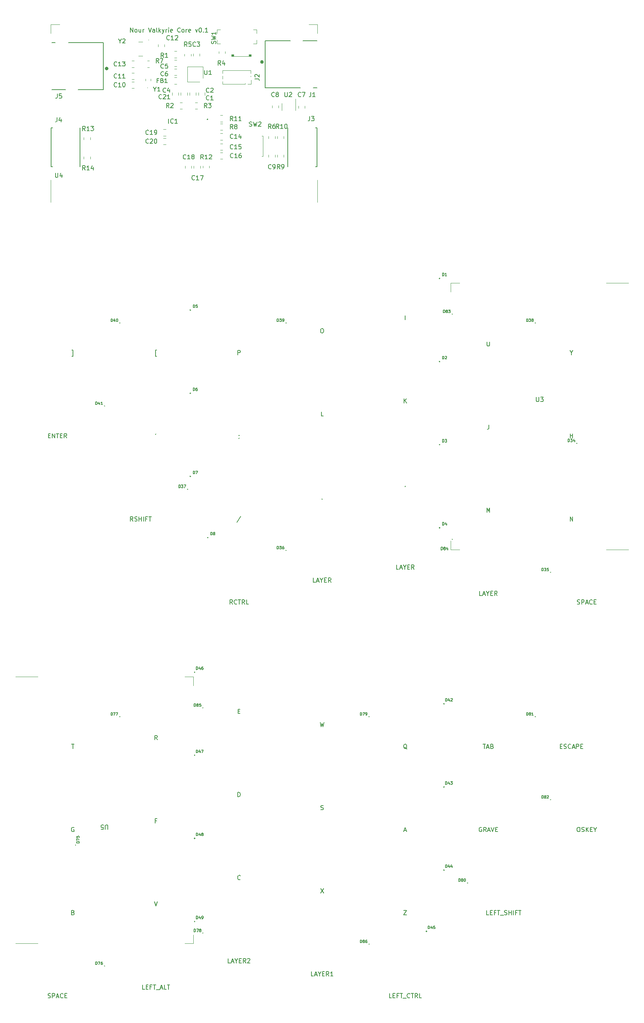
<source format=gbr>
%TF.GenerationSoftware,KiCad,Pcbnew,(6.0.6)*%
%TF.CreationDate,2022-09-03T22:19:59-07:00*%
%TF.ProjectId,NourK,4e6f7572-4b2e-46b6-9963-61645f706362,rev?*%
%TF.SameCoordinates,Original*%
%TF.FileFunction,Legend,Top*%
%TF.FilePolarity,Positive*%
%FSLAX46Y46*%
G04 Gerber Fmt 4.6, Leading zero omitted, Abs format (unit mm)*
G04 Created by KiCad (PCBNEW (6.0.6)) date 2022-09-03 22:19:59*
%MOMM*%
%LPD*%
G01*
G04 APERTURE LIST*
%ADD10C,0.150000*%
%ADD11C,0.127000*%
%ADD12C,0.120000*%
%ADD13C,0.200000*%
%ADD14C,0.100000*%
%ADD15C,0.400000*%
G04 APERTURE END LIST*
D10*
X67190476Y-25952380D02*
X67190476Y-24952380D01*
X67761904Y-25952380D01*
X67761904Y-24952380D01*
X68380952Y-25952380D02*
X68285714Y-25904761D01*
X68238095Y-25857142D01*
X68190476Y-25761904D01*
X68190476Y-25476190D01*
X68238095Y-25380952D01*
X68285714Y-25333333D01*
X68380952Y-25285714D01*
X68523809Y-25285714D01*
X68619047Y-25333333D01*
X68666666Y-25380952D01*
X68714285Y-25476190D01*
X68714285Y-25761904D01*
X68666666Y-25857142D01*
X68619047Y-25904761D01*
X68523809Y-25952380D01*
X68380952Y-25952380D01*
X69571428Y-25285714D02*
X69571428Y-25952380D01*
X69142857Y-25285714D02*
X69142857Y-25809523D01*
X69190476Y-25904761D01*
X69285714Y-25952380D01*
X69428571Y-25952380D01*
X69523809Y-25904761D01*
X69571428Y-25857142D01*
X70047619Y-25952380D02*
X70047619Y-25285714D01*
X70047619Y-25476190D02*
X70095238Y-25380952D01*
X70142857Y-25333333D01*
X70238095Y-25285714D01*
X70333333Y-25285714D01*
X71285714Y-24952380D02*
X71619047Y-25952380D01*
X71952380Y-24952380D01*
X72714285Y-25952380D02*
X72714285Y-25428571D01*
X72666666Y-25333333D01*
X72571428Y-25285714D01*
X72380952Y-25285714D01*
X72285714Y-25333333D01*
X72714285Y-25904761D02*
X72619047Y-25952380D01*
X72380952Y-25952380D01*
X72285714Y-25904761D01*
X72238095Y-25809523D01*
X72238095Y-25714285D01*
X72285714Y-25619047D01*
X72380952Y-25571428D01*
X72619047Y-25571428D01*
X72714285Y-25523809D01*
X73333333Y-25952380D02*
X73238095Y-25904761D01*
X73190476Y-25809523D01*
X73190476Y-24952380D01*
X73714285Y-25952380D02*
X73714285Y-24952380D01*
X73809523Y-25571428D02*
X74095238Y-25952380D01*
X74095238Y-25285714D02*
X73714285Y-25666666D01*
X74428571Y-25285714D02*
X74666666Y-25952380D01*
X74904761Y-25285714D02*
X74666666Y-25952380D01*
X74571428Y-26190476D01*
X74523809Y-26238095D01*
X74428571Y-26285714D01*
X75285714Y-25952380D02*
X75285714Y-25285714D01*
X75285714Y-25476190D02*
X75333333Y-25380952D01*
X75380952Y-25333333D01*
X75476190Y-25285714D01*
X75571428Y-25285714D01*
X75904761Y-25952380D02*
X75904761Y-25285714D01*
X75904761Y-24952380D02*
X75857142Y-25000000D01*
X75904761Y-25047619D01*
X75952380Y-25000000D01*
X75904761Y-24952380D01*
X75904761Y-25047619D01*
X76761904Y-25904761D02*
X76666666Y-25952380D01*
X76476190Y-25952380D01*
X76380952Y-25904761D01*
X76333333Y-25809523D01*
X76333333Y-25428571D01*
X76380952Y-25333333D01*
X76476190Y-25285714D01*
X76666666Y-25285714D01*
X76761904Y-25333333D01*
X76809523Y-25428571D01*
X76809523Y-25523809D01*
X76333333Y-25619047D01*
X78571428Y-25857142D02*
X78523809Y-25904761D01*
X78380952Y-25952380D01*
X78285714Y-25952380D01*
X78142857Y-25904761D01*
X78047619Y-25809523D01*
X78000000Y-25714285D01*
X77952380Y-25523809D01*
X77952380Y-25380952D01*
X78000000Y-25190476D01*
X78047619Y-25095238D01*
X78142857Y-25000000D01*
X78285714Y-24952380D01*
X78380952Y-24952380D01*
X78523809Y-25000000D01*
X78571428Y-25047619D01*
X79142857Y-25952380D02*
X79047619Y-25904761D01*
X79000000Y-25857142D01*
X78952380Y-25761904D01*
X78952380Y-25476190D01*
X79000000Y-25380952D01*
X79047619Y-25333333D01*
X79142857Y-25285714D01*
X79285714Y-25285714D01*
X79380952Y-25333333D01*
X79428571Y-25380952D01*
X79476190Y-25476190D01*
X79476190Y-25761904D01*
X79428571Y-25857142D01*
X79380952Y-25904761D01*
X79285714Y-25952380D01*
X79142857Y-25952380D01*
X79904761Y-25952380D02*
X79904761Y-25285714D01*
X79904761Y-25476190D02*
X79952380Y-25380952D01*
X80000000Y-25333333D01*
X80095238Y-25285714D01*
X80190476Y-25285714D01*
X80904761Y-25904761D02*
X80809523Y-25952380D01*
X80619047Y-25952380D01*
X80523809Y-25904761D01*
X80476190Y-25809523D01*
X80476190Y-25428571D01*
X80523809Y-25333333D01*
X80619047Y-25285714D01*
X80809523Y-25285714D01*
X80904761Y-25333333D01*
X80952380Y-25428571D01*
X80952380Y-25523809D01*
X80476190Y-25619047D01*
X82047619Y-25285714D02*
X82285714Y-25952380D01*
X82523809Y-25285714D01*
X83095238Y-24952380D02*
X83190476Y-24952380D01*
X83285714Y-25000000D01*
X83333333Y-25047619D01*
X83380952Y-25142857D01*
X83428571Y-25333333D01*
X83428571Y-25571428D01*
X83380952Y-25761904D01*
X83333333Y-25857142D01*
X83285714Y-25904761D01*
X83190476Y-25952380D01*
X83095238Y-25952380D01*
X83000000Y-25904761D01*
X82952380Y-25857142D01*
X82904761Y-25761904D01*
X82857142Y-25571428D01*
X82857142Y-25333333D01*
X82904761Y-25142857D01*
X82952380Y-25047619D01*
X83000000Y-25000000D01*
X83095238Y-24952380D01*
X83857142Y-25857142D02*
X83904761Y-25904761D01*
X83857142Y-25952380D01*
X83809523Y-25904761D01*
X83857142Y-25857142D01*
X83857142Y-25952380D01*
X84857142Y-25952380D02*
X84285714Y-25952380D01*
X84571428Y-25952380D02*
X84571428Y-24952380D01*
X84476190Y-25095238D01*
X84380952Y-25190476D01*
X84285714Y-25238095D01*
%TO.C,U3*%
X159988095Y-109397380D02*
X159988095Y-110206904D01*
X160035714Y-110302142D01*
X160083333Y-110349761D01*
X160178571Y-110397380D01*
X160369047Y-110397380D01*
X160464285Y-110349761D01*
X160511904Y-110302142D01*
X160559523Y-110206904D01*
X160559523Y-109397380D01*
X160940476Y-109397380D02*
X161559523Y-109397380D01*
X161226190Y-109778333D01*
X161369047Y-109778333D01*
X161464285Y-109825952D01*
X161511904Y-109873571D01*
X161559523Y-109968809D01*
X161559523Y-110206904D01*
X161511904Y-110302142D01*
X161464285Y-110349761D01*
X161369047Y-110397380D01*
X161083333Y-110397380D01*
X160988095Y-110349761D01*
X160940476Y-110302142D01*
%TO.C,U4*%
X50038095Y-58152380D02*
X50038095Y-58961904D01*
X50085714Y-59057142D01*
X50133333Y-59104761D01*
X50228571Y-59152380D01*
X50419047Y-59152380D01*
X50514285Y-59104761D01*
X50561904Y-59057142D01*
X50609523Y-58961904D01*
X50609523Y-58152380D01*
X51514285Y-58485714D02*
X51514285Y-59152380D01*
X51276190Y-58104761D02*
X51038095Y-58819047D01*
X51657142Y-58819047D01*
%TO.C,U5*%
X62011904Y-208147619D02*
X62011904Y-207338095D01*
X61964285Y-207242857D01*
X61916666Y-207195238D01*
X61821428Y-207147619D01*
X61630952Y-207147619D01*
X61535714Y-207195238D01*
X61488095Y-207242857D01*
X61440476Y-207338095D01*
X61440476Y-208147619D01*
X60488095Y-208147619D02*
X60964285Y-208147619D01*
X61011904Y-207671428D01*
X60964285Y-207719047D01*
X60869047Y-207766666D01*
X60630952Y-207766666D01*
X60535714Y-207719047D01*
X60488095Y-207671428D01*
X60440476Y-207576190D01*
X60440476Y-207338095D01*
X60488095Y-207242857D01*
X60535714Y-207195238D01*
X60630952Y-207147619D01*
X60869047Y-207147619D01*
X60964285Y-207195238D01*
X61011904Y-207242857D01*
%TO.C,SW53*%
X54071428Y-227178571D02*
X54214285Y-227226190D01*
X54261904Y-227273809D01*
X54309523Y-227369047D01*
X54309523Y-227511904D01*
X54261904Y-227607142D01*
X54214285Y-227654761D01*
X54119047Y-227702380D01*
X53738095Y-227702380D01*
X53738095Y-226702380D01*
X54071428Y-226702380D01*
X54166666Y-226750000D01*
X54214285Y-226797619D01*
X54261904Y-226892857D01*
X54261904Y-226988095D01*
X54214285Y-227083333D01*
X54166666Y-227130952D01*
X54071428Y-227178571D01*
X53738095Y-227178571D01*
%TO.C,SW36*%
X129761904Y-208416666D02*
X130238095Y-208416666D01*
X129666666Y-208702380D02*
X130000000Y-207702380D01*
X130333333Y-208702380D01*
%TO.C,SW33*%
X147452380Y-207750000D02*
X147357142Y-207702380D01*
X147214285Y-207702380D01*
X147071428Y-207750000D01*
X146976190Y-207845238D01*
X146928571Y-207940476D01*
X146880952Y-208130952D01*
X146880952Y-208273809D01*
X146928571Y-208464285D01*
X146976190Y-208559523D01*
X147071428Y-208654761D01*
X147214285Y-208702380D01*
X147309523Y-208702380D01*
X147452380Y-208654761D01*
X147500000Y-208607142D01*
X147500000Y-208273809D01*
X147309523Y-208273809D01*
X148500000Y-208702380D02*
X148166666Y-208226190D01*
X147928571Y-208702380D02*
X147928571Y-207702380D01*
X148309523Y-207702380D01*
X148404761Y-207750000D01*
X148452380Y-207797619D01*
X148500000Y-207892857D01*
X148500000Y-208035714D01*
X148452380Y-208130952D01*
X148404761Y-208178571D01*
X148309523Y-208226190D01*
X147928571Y-208226190D01*
X148880952Y-208416666D02*
X149357142Y-208416666D01*
X148785714Y-208702380D02*
X149119047Y-207702380D01*
X149452380Y-208702380D01*
X149642857Y-207702380D02*
X149976190Y-208702380D01*
X150309523Y-207702380D01*
X150642857Y-208178571D02*
X150976190Y-208178571D01*
X151119047Y-208702380D02*
X150642857Y-208702380D01*
X150642857Y-207702380D01*
X151119047Y-207702380D01*
%TO.C,SW13*%
X130047619Y-129654761D02*
X130047619Y-129702380D01*
X130000000Y-129797619D01*
X129952380Y-129845238D01*
%TO.C,SW49*%
X72666666Y-224702380D02*
X73000000Y-225702380D01*
X73333333Y-224702380D01*
%TO.C,SW8*%
X149142857Y-115702380D02*
X149142857Y-116416666D01*
X149095238Y-116559523D01*
X149000000Y-116654761D01*
X148857142Y-116702380D01*
X148761904Y-116702380D01*
%TO.C,SW26*%
X53809523Y-100035714D02*
X54047619Y-100035714D01*
X54047619Y-98607142D01*
X53809523Y-98607142D01*
%TO.C,SW23*%
X73190476Y-100035714D02*
X72952380Y-100035714D01*
X72952380Y-98607142D01*
X73190476Y-98607142D01*
%TO.C,SW18*%
X109500000Y-151702380D02*
X109023809Y-151702380D01*
X109023809Y-150702380D01*
X109785714Y-151416666D02*
X110261904Y-151416666D01*
X109690476Y-151702380D02*
X110023809Y-150702380D01*
X110357142Y-151702380D01*
X110880952Y-151226190D02*
X110880952Y-151702380D01*
X110547619Y-150702380D02*
X110880952Y-151226190D01*
X111214285Y-150702380D01*
X111547619Y-151178571D02*
X111880952Y-151178571D01*
X112023809Y-151702380D02*
X111547619Y-151702380D01*
X111547619Y-150702380D01*
X112023809Y-150702380D01*
X113023809Y-151702380D02*
X112690476Y-151226190D01*
X112452380Y-151702380D02*
X112452380Y-150702380D01*
X112833333Y-150702380D01*
X112928571Y-150750000D01*
X112976190Y-150797619D01*
X113023809Y-150892857D01*
X113023809Y-151035714D01*
X112976190Y-151130952D01*
X112928571Y-151178571D01*
X112833333Y-151226190D01*
X112452380Y-151226190D01*
%TO.C,SW21*%
X92428571Y-136654761D02*
X91571428Y-137940476D01*
%TO.C,SW11*%
X130000000Y-91702380D02*
X130000000Y-90702380D01*
%TO.C,SW4*%
X167714285Y-118702380D02*
X167714285Y-117702380D01*
X167714285Y-118178571D02*
X168285714Y-118178571D01*
X168285714Y-118702380D02*
X168285714Y-117702380D01*
%TO.C,SW45*%
X92309523Y-219607142D02*
X92261904Y-219654761D01*
X92119047Y-219702380D01*
X92023809Y-219702380D01*
X91880952Y-219654761D01*
X91785714Y-219559523D01*
X91738095Y-219464285D01*
X91690476Y-219273809D01*
X91690476Y-219130952D01*
X91738095Y-218940476D01*
X91785714Y-218845238D01*
X91880952Y-218750000D01*
X92023809Y-218702380D01*
X92119047Y-218702380D01*
X92261904Y-218750000D01*
X92309523Y-218797619D01*
%TO.C,SW41*%
X110666666Y-221702380D02*
X111333333Y-222702380D01*
X111333333Y-221702380D02*
X110666666Y-222702380D01*
%TO.C,SW42*%
X109023809Y-241702380D02*
X108547619Y-241702380D01*
X108547619Y-240702380D01*
X109309523Y-241416666D02*
X109785714Y-241416666D01*
X109214285Y-241702380D02*
X109547619Y-240702380D01*
X109880952Y-241702380D01*
X110404761Y-241226190D02*
X110404761Y-241702380D01*
X110071428Y-240702380D02*
X110404761Y-241226190D01*
X110738095Y-240702380D01*
X111071428Y-241178571D02*
X111404761Y-241178571D01*
X111547619Y-241702380D02*
X111071428Y-241702380D01*
X111071428Y-240702380D01*
X111547619Y-240702380D01*
X112547619Y-241702380D02*
X112214285Y-241226190D01*
X111976190Y-241702380D02*
X111976190Y-240702380D01*
X112357142Y-240702380D01*
X112452380Y-240750000D01*
X112500000Y-240797619D01*
X112547619Y-240892857D01*
X112547619Y-241035714D01*
X112500000Y-241130952D01*
X112452380Y-241178571D01*
X112357142Y-241226190D01*
X111976190Y-241226190D01*
X113500000Y-241702380D02*
X112928571Y-241702380D01*
X113214285Y-241702380D02*
X113214285Y-240702380D01*
X113119047Y-240845238D01*
X113023809Y-240940476D01*
X112928571Y-240988095D01*
%TO.C,SW20*%
X92047619Y-118654761D02*
X92047619Y-118702380D01*
X92000000Y-118797619D01*
X91952380Y-118845238D01*
X92000000Y-118083333D02*
X92047619Y-118130952D01*
X92000000Y-118178571D01*
X91952380Y-118130952D01*
X92000000Y-118083333D01*
X92000000Y-118178571D01*
%TO.C,SW40*%
X110714285Y-203654761D02*
X110857142Y-203702380D01*
X111095238Y-203702380D01*
X111190476Y-203654761D01*
X111238095Y-203607142D01*
X111285714Y-203511904D01*
X111285714Y-203416666D01*
X111238095Y-203321428D01*
X111190476Y-203273809D01*
X111095238Y-203226190D01*
X110904761Y-203178571D01*
X110809523Y-203130952D01*
X110761904Y-203083333D01*
X110714285Y-202988095D01*
X110714285Y-202892857D01*
X110761904Y-202797619D01*
X110809523Y-202750000D01*
X110904761Y-202702380D01*
X111142857Y-202702380D01*
X111285714Y-202750000D01*
%TO.C,SW51*%
X53714285Y-188702380D02*
X54285714Y-188702380D01*
X54000000Y-189702380D02*
X54000000Y-188702380D01*
%TO.C,SW12*%
X129738095Y-110702380D02*
X129738095Y-109702380D01*
X130309523Y-110702380D02*
X129880952Y-110130952D01*
X130309523Y-109702380D02*
X129738095Y-110273809D01*
%TO.C,SW37*%
X129666666Y-226702380D02*
X130333333Y-226702380D01*
X129666666Y-227702380D01*
X130333333Y-227702380D01*
%TO.C,SW30*%
X165428571Y-189178571D02*
X165761904Y-189178571D01*
X165904761Y-189702380D02*
X165428571Y-189702380D01*
X165428571Y-188702380D01*
X165904761Y-188702380D01*
X166285714Y-189654761D02*
X166428571Y-189702380D01*
X166666666Y-189702380D01*
X166761904Y-189654761D01*
X166809523Y-189607142D01*
X166857142Y-189511904D01*
X166857142Y-189416666D01*
X166809523Y-189321428D01*
X166761904Y-189273809D01*
X166666666Y-189226190D01*
X166476190Y-189178571D01*
X166380952Y-189130952D01*
X166333333Y-189083333D01*
X166285714Y-188988095D01*
X166285714Y-188892857D01*
X166333333Y-188797619D01*
X166380952Y-188750000D01*
X166476190Y-188702380D01*
X166714285Y-188702380D01*
X166857142Y-188750000D01*
X167857142Y-189607142D02*
X167809523Y-189654761D01*
X167666666Y-189702380D01*
X167571428Y-189702380D01*
X167428571Y-189654761D01*
X167333333Y-189559523D01*
X167285714Y-189464285D01*
X167238095Y-189273809D01*
X167238095Y-189130952D01*
X167285714Y-188940476D01*
X167333333Y-188845238D01*
X167428571Y-188750000D01*
X167571428Y-188702380D01*
X167666666Y-188702380D01*
X167809523Y-188750000D01*
X167857142Y-188797619D01*
X168238095Y-189416666D02*
X168714285Y-189416666D01*
X168142857Y-189702380D02*
X168476190Y-188702380D01*
X168809523Y-189702380D01*
X169142857Y-189702380D02*
X169142857Y-188702380D01*
X169523809Y-188702380D01*
X169619047Y-188750000D01*
X169666666Y-188797619D01*
X169714285Y-188892857D01*
X169714285Y-189035714D01*
X169666666Y-189130952D01*
X169619047Y-189178571D01*
X169523809Y-189226190D01*
X169142857Y-189226190D01*
X170142857Y-189178571D02*
X170476190Y-189178571D01*
X170619047Y-189702380D02*
X170142857Y-189702380D01*
X170142857Y-188702380D01*
X170619047Y-188702380D01*
%TO.C,SW25*%
X67761904Y-137702380D02*
X67428571Y-137226190D01*
X67190476Y-137702380D02*
X67190476Y-136702380D01*
X67571428Y-136702380D01*
X67666666Y-136750000D01*
X67714285Y-136797619D01*
X67761904Y-136892857D01*
X67761904Y-137035714D01*
X67714285Y-137130952D01*
X67666666Y-137178571D01*
X67571428Y-137226190D01*
X67190476Y-137226190D01*
X68142857Y-137654761D02*
X68285714Y-137702380D01*
X68523809Y-137702380D01*
X68619047Y-137654761D01*
X68666666Y-137607142D01*
X68714285Y-137511904D01*
X68714285Y-137416666D01*
X68666666Y-137321428D01*
X68619047Y-137273809D01*
X68523809Y-137226190D01*
X68333333Y-137178571D01*
X68238095Y-137130952D01*
X68190476Y-137083333D01*
X68142857Y-136988095D01*
X68142857Y-136892857D01*
X68190476Y-136797619D01*
X68238095Y-136750000D01*
X68333333Y-136702380D01*
X68571428Y-136702380D01*
X68714285Y-136750000D01*
X69142857Y-137702380D02*
X69142857Y-136702380D01*
X69142857Y-137178571D02*
X69714285Y-137178571D01*
X69714285Y-137702380D02*
X69714285Y-136702380D01*
X70190476Y-137702380D02*
X70190476Y-136702380D01*
X71000000Y-137178571D02*
X70666666Y-137178571D01*
X70666666Y-137702380D02*
X70666666Y-136702380D01*
X71142857Y-136702380D01*
X71380952Y-136702380D02*
X71952380Y-136702380D01*
X71666666Y-137702380D02*
X71666666Y-136702380D01*
%TO.C,SW19*%
X91738095Y-99702380D02*
X91738095Y-98702380D01*
X92119047Y-98702380D01*
X92214285Y-98750000D01*
X92261904Y-98797619D01*
X92309523Y-98892857D01*
X92309523Y-99035714D01*
X92261904Y-99130952D01*
X92214285Y-99178571D01*
X92119047Y-99226190D01*
X91738095Y-99226190D01*
%TO.C,SW52*%
X54261904Y-207750000D02*
X54166666Y-207702380D01*
X54023809Y-207702380D01*
X53880952Y-207750000D01*
X53785714Y-207845238D01*
X53738095Y-207940476D01*
X53690476Y-208130952D01*
X53690476Y-208273809D01*
X53738095Y-208464285D01*
X53785714Y-208559523D01*
X53880952Y-208654761D01*
X54023809Y-208702380D01*
X54119047Y-208702380D01*
X54261904Y-208654761D01*
X54309523Y-208607142D01*
X54309523Y-208273809D01*
X54119047Y-208273809D01*
%TO.C,SW38*%
X126880952Y-246702380D02*
X126404761Y-246702380D01*
X126404761Y-245702380D01*
X127214285Y-246178571D02*
X127547619Y-246178571D01*
X127690476Y-246702380D02*
X127214285Y-246702380D01*
X127214285Y-245702380D01*
X127690476Y-245702380D01*
X128452380Y-246178571D02*
X128119047Y-246178571D01*
X128119047Y-246702380D02*
X128119047Y-245702380D01*
X128595238Y-245702380D01*
X128833333Y-245702380D02*
X129404761Y-245702380D01*
X129119047Y-246702380D02*
X129119047Y-245702380D01*
X129500000Y-246797619D02*
X130261904Y-246797619D01*
X131071428Y-246607142D02*
X131023809Y-246654761D01*
X130880952Y-246702380D01*
X130785714Y-246702380D01*
X130642857Y-246654761D01*
X130547619Y-246559523D01*
X130500000Y-246464285D01*
X130452380Y-246273809D01*
X130452380Y-246130952D01*
X130500000Y-245940476D01*
X130547619Y-245845238D01*
X130642857Y-245750000D01*
X130785714Y-245702380D01*
X130880952Y-245702380D01*
X131023809Y-245750000D01*
X131071428Y-245797619D01*
X131357142Y-245702380D02*
X131928571Y-245702380D01*
X131642857Y-246702380D02*
X131642857Y-245702380D01*
X132833333Y-246702380D02*
X132500000Y-246226190D01*
X132261904Y-246702380D02*
X132261904Y-245702380D01*
X132642857Y-245702380D01*
X132738095Y-245750000D01*
X132785714Y-245797619D01*
X132833333Y-245892857D01*
X132833333Y-246035714D01*
X132785714Y-246130952D01*
X132738095Y-246178571D01*
X132642857Y-246226190D01*
X132261904Y-246226190D01*
X133738095Y-246702380D02*
X133261904Y-246702380D01*
X133261904Y-245702380D01*
%TO.C,SW35*%
X130380952Y-189797619D02*
X130285714Y-189750000D01*
X130190476Y-189654761D01*
X130047619Y-189511904D01*
X129952380Y-189464285D01*
X129857142Y-189464285D01*
X129904761Y-189702380D02*
X129809523Y-189654761D01*
X129714285Y-189559523D01*
X129666666Y-189369047D01*
X129666666Y-189035714D01*
X129714285Y-188845238D01*
X129809523Y-188750000D01*
X129904761Y-188702380D01*
X130095238Y-188702380D01*
X130190476Y-188750000D01*
X130285714Y-188845238D01*
X130333333Y-189035714D01*
X130333333Y-189369047D01*
X130285714Y-189559523D01*
X130190476Y-189654761D01*
X130095238Y-189702380D01*
X129904761Y-189702380D01*
%TO.C,SW5*%
X167714285Y-137702380D02*
X167714285Y-136702380D01*
X168285714Y-137702380D01*
X168285714Y-136702380D01*
%TO.C,SW47*%
X73309523Y-187702380D02*
X72976190Y-187226190D01*
X72738095Y-187702380D02*
X72738095Y-186702380D01*
X73119047Y-186702380D01*
X73214285Y-186750000D01*
X73261904Y-186797619D01*
X73309523Y-186892857D01*
X73309523Y-187035714D01*
X73261904Y-187130952D01*
X73214285Y-187178571D01*
X73119047Y-187226190D01*
X72738095Y-187226190D01*
%TO.C,SW50*%
X70452380Y-244702380D02*
X69976190Y-244702380D01*
X69976190Y-243702380D01*
X70785714Y-244178571D02*
X71119047Y-244178571D01*
X71261904Y-244702380D02*
X70785714Y-244702380D01*
X70785714Y-243702380D01*
X71261904Y-243702380D01*
X72023809Y-244178571D02*
X71690476Y-244178571D01*
X71690476Y-244702380D02*
X71690476Y-243702380D01*
X72166666Y-243702380D01*
X72404761Y-243702380D02*
X72976190Y-243702380D01*
X72690476Y-244702380D02*
X72690476Y-243702380D01*
X73071428Y-244797619D02*
X73833333Y-244797619D01*
X74023809Y-244416666D02*
X74500000Y-244416666D01*
X73928571Y-244702380D02*
X74261904Y-243702380D01*
X74595238Y-244702380D01*
X75404761Y-244702380D02*
X74928571Y-244702380D01*
X74928571Y-243702380D01*
X75595238Y-243702380D02*
X76166666Y-243702380D01*
X75880952Y-244702380D02*
X75880952Y-243702380D01*
%TO.C,SW14*%
X128500000Y-148702380D02*
X128023809Y-148702380D01*
X128023809Y-147702380D01*
X128785714Y-148416666D02*
X129261904Y-148416666D01*
X128690476Y-148702380D02*
X129023809Y-147702380D01*
X129357142Y-148702380D01*
X129880952Y-148226190D02*
X129880952Y-148702380D01*
X129547619Y-147702380D02*
X129880952Y-148226190D01*
X130214285Y-147702380D01*
X130547619Y-148178571D02*
X130880952Y-148178571D01*
X131023809Y-148702380D02*
X130547619Y-148702380D01*
X130547619Y-147702380D01*
X131023809Y-147702380D01*
X132023809Y-148702380D02*
X131690476Y-148226190D01*
X131452380Y-148702380D02*
X131452380Y-147702380D01*
X131833333Y-147702380D01*
X131928571Y-147750000D01*
X131976190Y-147797619D01*
X132023809Y-147892857D01*
X132023809Y-148035714D01*
X131976190Y-148130952D01*
X131928571Y-148178571D01*
X131833333Y-148226190D01*
X131452380Y-148226190D01*
%TO.C,SW9*%
X148666666Y-135702380D02*
X148666666Y-134702380D01*
X149000000Y-135416666D01*
X149333333Y-134702380D01*
X149333333Y-135702380D01*
%TO.C,SW17*%
X111000000Y-132607142D02*
X111047619Y-132654761D01*
X111000000Y-132702380D01*
X110952380Y-132654761D01*
X111000000Y-132607142D01*
X111000000Y-132702380D01*
%TO.C,SW43*%
X91785714Y-181178571D02*
X92119047Y-181178571D01*
X92261904Y-181702380D02*
X91785714Y-181702380D01*
X91785714Y-180702380D01*
X92261904Y-180702380D01*
%TO.C,SW32*%
X147785714Y-188702380D02*
X148357142Y-188702380D01*
X148071428Y-189702380D02*
X148071428Y-188702380D01*
X148642857Y-189416666D02*
X149119047Y-189416666D01*
X148547619Y-189702380D02*
X148880952Y-188702380D01*
X149214285Y-189702380D01*
X149880952Y-189178571D02*
X150023809Y-189226190D01*
X150071428Y-189273809D01*
X150119047Y-189369047D01*
X150119047Y-189511904D01*
X150071428Y-189607142D01*
X150023809Y-189654761D01*
X149928571Y-189702380D01*
X149547619Y-189702380D01*
X149547619Y-188702380D01*
X149880952Y-188702380D01*
X149976190Y-188750000D01*
X150023809Y-188797619D01*
X150071428Y-188892857D01*
X150071428Y-188988095D01*
X150023809Y-189083333D01*
X149976190Y-189130952D01*
X149880952Y-189178571D01*
X149547619Y-189178571D01*
%TO.C,SW44*%
X91738095Y-200702380D02*
X91738095Y-199702380D01*
X91976190Y-199702380D01*
X92119047Y-199750000D01*
X92214285Y-199845238D01*
X92261904Y-199940476D01*
X92309523Y-200130952D01*
X92309523Y-200273809D01*
X92261904Y-200464285D01*
X92214285Y-200559523D01*
X92119047Y-200654761D01*
X91976190Y-200702380D01*
X91738095Y-200702380D01*
%TO.C,SW24*%
X73047619Y-117702380D02*
X72952380Y-117892857D01*
%TO.C,SW31*%
X169547619Y-207702380D02*
X169738095Y-207702380D01*
X169833333Y-207750000D01*
X169928571Y-207845238D01*
X169976190Y-208035714D01*
X169976190Y-208369047D01*
X169928571Y-208559523D01*
X169833333Y-208654761D01*
X169738095Y-208702380D01*
X169547619Y-208702380D01*
X169452380Y-208654761D01*
X169357142Y-208559523D01*
X169309523Y-208369047D01*
X169309523Y-208035714D01*
X169357142Y-207845238D01*
X169452380Y-207750000D01*
X169547619Y-207702380D01*
X170357142Y-208654761D02*
X170500000Y-208702380D01*
X170738095Y-208702380D01*
X170833333Y-208654761D01*
X170880952Y-208607142D01*
X170928571Y-208511904D01*
X170928571Y-208416666D01*
X170880952Y-208321428D01*
X170833333Y-208273809D01*
X170738095Y-208226190D01*
X170547619Y-208178571D01*
X170452380Y-208130952D01*
X170404761Y-208083333D01*
X170357142Y-207988095D01*
X170357142Y-207892857D01*
X170404761Y-207797619D01*
X170452380Y-207750000D01*
X170547619Y-207702380D01*
X170785714Y-207702380D01*
X170928571Y-207750000D01*
X171357142Y-208702380D02*
X171357142Y-207702380D01*
X171928571Y-208702380D02*
X171500000Y-208130952D01*
X171928571Y-207702380D02*
X171357142Y-208273809D01*
X172357142Y-208178571D02*
X172690476Y-208178571D01*
X172833333Y-208702380D02*
X172357142Y-208702380D01*
X172357142Y-207702380D01*
X172833333Y-207702380D01*
X173452380Y-208226190D02*
X173452380Y-208702380D01*
X173119047Y-207702380D02*
X173452380Y-208226190D01*
X173785714Y-207702380D01*
%TO.C,SW22*%
X90523809Y-156702380D02*
X90190476Y-156226190D01*
X89952380Y-156702380D02*
X89952380Y-155702380D01*
X90333333Y-155702380D01*
X90428571Y-155750000D01*
X90476190Y-155797619D01*
X90523809Y-155892857D01*
X90523809Y-156035714D01*
X90476190Y-156130952D01*
X90428571Y-156178571D01*
X90333333Y-156226190D01*
X89952380Y-156226190D01*
X91523809Y-156607142D02*
X91476190Y-156654761D01*
X91333333Y-156702380D01*
X91238095Y-156702380D01*
X91095238Y-156654761D01*
X91000000Y-156559523D01*
X90952380Y-156464285D01*
X90904761Y-156273809D01*
X90904761Y-156130952D01*
X90952380Y-155940476D01*
X91000000Y-155845238D01*
X91095238Y-155750000D01*
X91238095Y-155702380D01*
X91333333Y-155702380D01*
X91476190Y-155750000D01*
X91523809Y-155797619D01*
X91809523Y-155702380D02*
X92380952Y-155702380D01*
X92095238Y-156702380D02*
X92095238Y-155702380D01*
X93285714Y-156702380D02*
X92952380Y-156226190D01*
X92714285Y-156702380D02*
X92714285Y-155702380D01*
X93095238Y-155702380D01*
X93190476Y-155750000D01*
X93238095Y-155797619D01*
X93285714Y-155892857D01*
X93285714Y-156035714D01*
X93238095Y-156130952D01*
X93190476Y-156178571D01*
X93095238Y-156226190D01*
X92714285Y-156226190D01*
X94190476Y-156702380D02*
X93714285Y-156702380D01*
X93714285Y-155702380D01*
%TO.C,SW48*%
X73142857Y-206178571D02*
X72809523Y-206178571D01*
X72809523Y-206702380D02*
X72809523Y-205702380D01*
X73285714Y-205702380D01*
%TO.C,SW10*%
X147500000Y-154702380D02*
X147023809Y-154702380D01*
X147023809Y-153702380D01*
X147785714Y-154416666D02*
X148261904Y-154416666D01*
X147690476Y-154702380D02*
X148023809Y-153702380D01*
X148357142Y-154702380D01*
X148880952Y-154226190D02*
X148880952Y-154702380D01*
X148547619Y-153702380D02*
X148880952Y-154226190D01*
X149214285Y-153702380D01*
X149547619Y-154178571D02*
X149880952Y-154178571D01*
X150023809Y-154702380D02*
X149547619Y-154702380D01*
X149547619Y-153702380D01*
X150023809Y-153702380D01*
X151023809Y-154702380D02*
X150690476Y-154226190D01*
X150452380Y-154702380D02*
X150452380Y-153702380D01*
X150833333Y-153702380D01*
X150928571Y-153750000D01*
X150976190Y-153797619D01*
X151023809Y-153892857D01*
X151023809Y-154035714D01*
X150976190Y-154130952D01*
X150928571Y-154178571D01*
X150833333Y-154226190D01*
X150452380Y-154226190D01*
%TO.C,SW46*%
X90023809Y-238702380D02*
X89547619Y-238702380D01*
X89547619Y-237702380D01*
X90309523Y-238416666D02*
X90785714Y-238416666D01*
X90214285Y-238702380D02*
X90547619Y-237702380D01*
X90880952Y-238702380D01*
X91404761Y-238226190D02*
X91404761Y-238702380D01*
X91071428Y-237702380D02*
X91404761Y-238226190D01*
X91738095Y-237702380D01*
X92071428Y-238178571D02*
X92404761Y-238178571D01*
X92547619Y-238702380D02*
X92071428Y-238702380D01*
X92071428Y-237702380D01*
X92547619Y-237702380D01*
X93547619Y-238702380D02*
X93214285Y-238226190D01*
X92976190Y-238702380D02*
X92976190Y-237702380D01*
X93357142Y-237702380D01*
X93452380Y-237750000D01*
X93500000Y-237797619D01*
X93547619Y-237892857D01*
X93547619Y-238035714D01*
X93500000Y-238130952D01*
X93452380Y-238178571D01*
X93357142Y-238226190D01*
X92976190Y-238226190D01*
X93928571Y-237797619D02*
X93976190Y-237750000D01*
X94071428Y-237702380D01*
X94309523Y-237702380D01*
X94404761Y-237750000D01*
X94452380Y-237797619D01*
X94500000Y-237892857D01*
X94500000Y-237988095D01*
X94452380Y-238130952D01*
X93880952Y-238702380D01*
X94500000Y-238702380D01*
%TO.C,SW34*%
X149119047Y-227702380D02*
X148642857Y-227702380D01*
X148642857Y-226702380D01*
X149452380Y-227178571D02*
X149785714Y-227178571D01*
X149928571Y-227702380D02*
X149452380Y-227702380D01*
X149452380Y-226702380D01*
X149928571Y-226702380D01*
X150690476Y-227178571D02*
X150357142Y-227178571D01*
X150357142Y-227702380D02*
X150357142Y-226702380D01*
X150833333Y-226702380D01*
X151071428Y-226702380D02*
X151642857Y-226702380D01*
X151357142Y-227702380D02*
X151357142Y-226702380D01*
X151738095Y-227797619D02*
X152500000Y-227797619D01*
X152690476Y-227654761D02*
X152833333Y-227702380D01*
X153071428Y-227702380D01*
X153166666Y-227654761D01*
X153214285Y-227607142D01*
X153261904Y-227511904D01*
X153261904Y-227416666D01*
X153214285Y-227321428D01*
X153166666Y-227273809D01*
X153071428Y-227226190D01*
X152880952Y-227178571D01*
X152785714Y-227130952D01*
X152738095Y-227083333D01*
X152690476Y-226988095D01*
X152690476Y-226892857D01*
X152738095Y-226797619D01*
X152785714Y-226750000D01*
X152880952Y-226702380D01*
X153119047Y-226702380D01*
X153261904Y-226750000D01*
X153690476Y-227702380D02*
X153690476Y-226702380D01*
X153690476Y-227178571D02*
X154261904Y-227178571D01*
X154261904Y-227702380D02*
X154261904Y-226702380D01*
X154738095Y-227702380D02*
X154738095Y-226702380D01*
X155547619Y-227178571D02*
X155214285Y-227178571D01*
X155214285Y-227702380D02*
X155214285Y-226702380D01*
X155690476Y-226702380D01*
X155928571Y-226702380D02*
X156500000Y-226702380D01*
X156214285Y-227702380D02*
X156214285Y-226702380D01*
%TO.C,SW16*%
X111309523Y-113702380D02*
X110833333Y-113702380D01*
X110833333Y-112702380D01*
%TO.C,SW15*%
X110904761Y-93702380D02*
X111095238Y-93702380D01*
X111190476Y-93750000D01*
X111285714Y-93845238D01*
X111333333Y-94035714D01*
X111333333Y-94369047D01*
X111285714Y-94559523D01*
X111190476Y-94654761D01*
X111095238Y-94702380D01*
X110904761Y-94702380D01*
X110809523Y-94654761D01*
X110714285Y-94559523D01*
X110666666Y-94369047D01*
X110666666Y-94035714D01*
X110714285Y-93845238D01*
X110809523Y-93750000D01*
X110904761Y-93702380D01*
%TO.C,SW54*%
X48333333Y-246654761D02*
X48476190Y-246702380D01*
X48714285Y-246702380D01*
X48809523Y-246654761D01*
X48857142Y-246607142D01*
X48904761Y-246511904D01*
X48904761Y-246416666D01*
X48857142Y-246321428D01*
X48809523Y-246273809D01*
X48714285Y-246226190D01*
X48523809Y-246178571D01*
X48428571Y-246130952D01*
X48380952Y-246083333D01*
X48333333Y-245988095D01*
X48333333Y-245892857D01*
X48380952Y-245797619D01*
X48428571Y-245750000D01*
X48523809Y-245702380D01*
X48761904Y-245702380D01*
X48904761Y-245750000D01*
X49333333Y-246702380D02*
X49333333Y-245702380D01*
X49714285Y-245702380D01*
X49809523Y-245750000D01*
X49857142Y-245797619D01*
X49904761Y-245892857D01*
X49904761Y-246035714D01*
X49857142Y-246130952D01*
X49809523Y-246178571D01*
X49714285Y-246226190D01*
X49333333Y-246226190D01*
X50285714Y-246416666D02*
X50761904Y-246416666D01*
X50190476Y-246702380D02*
X50523809Y-245702380D01*
X50857142Y-246702380D01*
X51761904Y-246607142D02*
X51714285Y-246654761D01*
X51571428Y-246702380D01*
X51476190Y-246702380D01*
X51333333Y-246654761D01*
X51238095Y-246559523D01*
X51190476Y-246464285D01*
X51142857Y-246273809D01*
X51142857Y-246130952D01*
X51190476Y-245940476D01*
X51238095Y-245845238D01*
X51333333Y-245750000D01*
X51476190Y-245702380D01*
X51571428Y-245702380D01*
X51714285Y-245750000D01*
X51761904Y-245797619D01*
X52190476Y-246178571D02*
X52523809Y-246178571D01*
X52666666Y-246702380D02*
X52190476Y-246702380D01*
X52190476Y-245702380D01*
X52666666Y-245702380D01*
%TO.C,SW39*%
X110571428Y-183702380D02*
X110809523Y-184702380D01*
X111000000Y-183988095D01*
X111190476Y-184702380D01*
X111428571Y-183702380D01*
%TO.C,SW7*%
X148714285Y-96702380D02*
X148714285Y-97511904D01*
X148761904Y-97607142D01*
X148809523Y-97654761D01*
X148904761Y-97702380D01*
X149095238Y-97702380D01*
X149190476Y-97654761D01*
X149238095Y-97607142D01*
X149285714Y-97511904D01*
X149285714Y-96702380D01*
%TO.C,SW27*%
X48428571Y-118178571D02*
X48761904Y-118178571D01*
X48904761Y-118702380D02*
X48428571Y-118702380D01*
X48428571Y-117702380D01*
X48904761Y-117702380D01*
X49333333Y-118702380D02*
X49333333Y-117702380D01*
X49904761Y-118702380D01*
X49904761Y-117702380D01*
X50238095Y-117702380D02*
X50809523Y-117702380D01*
X50523809Y-118702380D02*
X50523809Y-117702380D01*
X51142857Y-118178571D02*
X51476190Y-118178571D01*
X51619047Y-118702380D02*
X51142857Y-118702380D01*
X51142857Y-117702380D01*
X51619047Y-117702380D01*
X52619047Y-118702380D02*
X52285714Y-118226190D01*
X52047619Y-118702380D02*
X52047619Y-117702380D01*
X52428571Y-117702380D01*
X52523809Y-117750000D01*
X52571428Y-117797619D01*
X52619047Y-117892857D01*
X52619047Y-118035714D01*
X52571428Y-118130952D01*
X52523809Y-118178571D01*
X52428571Y-118226190D01*
X52047619Y-118226190D01*
%TO.C,SW6*%
X169333333Y-156654761D02*
X169476190Y-156702380D01*
X169714285Y-156702380D01*
X169809523Y-156654761D01*
X169857142Y-156607142D01*
X169904761Y-156511904D01*
X169904761Y-156416666D01*
X169857142Y-156321428D01*
X169809523Y-156273809D01*
X169714285Y-156226190D01*
X169523809Y-156178571D01*
X169428571Y-156130952D01*
X169380952Y-156083333D01*
X169333333Y-155988095D01*
X169333333Y-155892857D01*
X169380952Y-155797619D01*
X169428571Y-155750000D01*
X169523809Y-155702380D01*
X169761904Y-155702380D01*
X169904761Y-155750000D01*
X170333333Y-156702380D02*
X170333333Y-155702380D01*
X170714285Y-155702380D01*
X170809523Y-155750000D01*
X170857142Y-155797619D01*
X170904761Y-155892857D01*
X170904761Y-156035714D01*
X170857142Y-156130952D01*
X170809523Y-156178571D01*
X170714285Y-156226190D01*
X170333333Y-156226190D01*
X171285714Y-156416666D02*
X171761904Y-156416666D01*
X171190476Y-156702380D02*
X171523809Y-155702380D01*
X171857142Y-156702380D01*
X172761904Y-156607142D02*
X172714285Y-156654761D01*
X172571428Y-156702380D01*
X172476190Y-156702380D01*
X172333333Y-156654761D01*
X172238095Y-156559523D01*
X172190476Y-156464285D01*
X172142857Y-156273809D01*
X172142857Y-156130952D01*
X172190476Y-155940476D01*
X172238095Y-155845238D01*
X172333333Y-155750000D01*
X172476190Y-155702380D01*
X172571428Y-155702380D01*
X172714285Y-155750000D01*
X172761904Y-155797619D01*
X173190476Y-156178571D02*
X173523809Y-156178571D01*
X173666666Y-156702380D02*
X173190476Y-156702380D01*
X173190476Y-155702380D01*
X173666666Y-155702380D01*
%TO.C,SW3*%
X168000000Y-99226190D02*
X168000000Y-99702380D01*
X167666666Y-98702380D02*
X168000000Y-99226190D01*
X168333333Y-98702380D01*
%TO.C,C2*%
X85157023Y-39607142D02*
X85109404Y-39654761D01*
X84966547Y-39702380D01*
X84871309Y-39702380D01*
X84728452Y-39654761D01*
X84633214Y-39559523D01*
X84585595Y-39464285D01*
X84537976Y-39273809D01*
X84537976Y-39130952D01*
X84585595Y-38940476D01*
X84633214Y-38845238D01*
X84728452Y-38750000D01*
X84871309Y-38702380D01*
X84966547Y-38702380D01*
X85109404Y-38750000D01*
X85157023Y-38797619D01*
X85537976Y-38797619D02*
X85585595Y-38750000D01*
X85680833Y-38702380D01*
X85918928Y-38702380D01*
X86014166Y-38750000D01*
X86061785Y-38797619D01*
X86109404Y-38892857D01*
X86109404Y-38988095D01*
X86061785Y-39130952D01*
X85490357Y-39702380D01*
X86109404Y-39702380D01*
%TO.C,R2*%
X76009642Y-43202380D02*
X75676309Y-42726190D01*
X75438214Y-43202380D02*
X75438214Y-42202380D01*
X75819166Y-42202380D01*
X75914404Y-42250000D01*
X75962023Y-42297619D01*
X76009642Y-42392857D01*
X76009642Y-42535714D01*
X75962023Y-42630952D01*
X75914404Y-42678571D01*
X75819166Y-42726190D01*
X75438214Y-42726190D01*
X76390595Y-42297619D02*
X76438214Y-42250000D01*
X76533452Y-42202380D01*
X76771547Y-42202380D01*
X76866785Y-42250000D01*
X76914404Y-42297619D01*
X76962023Y-42392857D01*
X76962023Y-42488095D01*
X76914404Y-42630952D01*
X76342976Y-43202380D01*
X76962023Y-43202380D01*
%TO.C,C1*%
X85157023Y-41357142D02*
X85109404Y-41404761D01*
X84966547Y-41452380D01*
X84871309Y-41452380D01*
X84728452Y-41404761D01*
X84633214Y-41309523D01*
X84585595Y-41214285D01*
X84537976Y-41023809D01*
X84537976Y-40880952D01*
X84585595Y-40690476D01*
X84633214Y-40595238D01*
X84728452Y-40500000D01*
X84871309Y-40452380D01*
X84966547Y-40452380D01*
X85109404Y-40500000D01*
X85157023Y-40547619D01*
X86109404Y-41452380D02*
X85537976Y-41452380D01*
X85823690Y-41452380D02*
X85823690Y-40452380D01*
X85728452Y-40595238D01*
X85633214Y-40690476D01*
X85537976Y-40738095D01*
%TO.C,R3*%
X84657023Y-43202380D02*
X84323690Y-42726190D01*
X84085595Y-43202380D02*
X84085595Y-42202380D01*
X84466547Y-42202380D01*
X84561785Y-42250000D01*
X84609404Y-42297619D01*
X84657023Y-42392857D01*
X84657023Y-42535714D01*
X84609404Y-42630952D01*
X84561785Y-42678571D01*
X84466547Y-42726190D01*
X84085595Y-42726190D01*
X84990357Y-42202380D02*
X85609404Y-42202380D01*
X85276071Y-42583333D01*
X85418928Y-42583333D01*
X85514166Y-42630952D01*
X85561785Y-42678571D01*
X85609404Y-42773809D01*
X85609404Y-43011904D01*
X85561785Y-43107142D01*
X85514166Y-43154761D01*
X85418928Y-43202380D01*
X85133214Y-43202380D01*
X85037976Y-43154761D01*
X84990357Y-43107142D01*
%TO.C,C21*%
X74307261Y-41107142D02*
X74259642Y-41154761D01*
X74116785Y-41202380D01*
X74021547Y-41202380D01*
X73878690Y-41154761D01*
X73783452Y-41059523D01*
X73735833Y-40964285D01*
X73688214Y-40773809D01*
X73688214Y-40630952D01*
X73735833Y-40440476D01*
X73783452Y-40345238D01*
X73878690Y-40250000D01*
X74021547Y-40202380D01*
X74116785Y-40202380D01*
X74259642Y-40250000D01*
X74307261Y-40297619D01*
X74688214Y-40297619D02*
X74735833Y-40250000D01*
X74831071Y-40202380D01*
X75069166Y-40202380D01*
X75164404Y-40250000D01*
X75212023Y-40297619D01*
X75259642Y-40392857D01*
X75259642Y-40488095D01*
X75212023Y-40630952D01*
X74640595Y-41202380D01*
X75259642Y-41202380D01*
X76212023Y-41202380D02*
X75640595Y-41202380D01*
X75926309Y-41202380D02*
X75926309Y-40202380D01*
X75831071Y-40345238D01*
X75735833Y-40440476D01*
X75640595Y-40488095D01*
%TO.C,C4*%
X75259642Y-39607142D02*
X75212023Y-39654761D01*
X75069166Y-39702380D01*
X74973928Y-39702380D01*
X74831071Y-39654761D01*
X74735833Y-39559523D01*
X74688214Y-39464285D01*
X74640595Y-39273809D01*
X74640595Y-39130952D01*
X74688214Y-38940476D01*
X74735833Y-38845238D01*
X74831071Y-38750000D01*
X74973928Y-38702380D01*
X75069166Y-38702380D01*
X75212023Y-38750000D01*
X75259642Y-38797619D01*
X76116785Y-39035714D02*
X76116785Y-39702380D01*
X75878690Y-38654761D02*
X75640595Y-39369047D01*
X76259642Y-39369047D01*
%TO.C,D46*%
X82222857Y-171642523D02*
X82222857Y-171002523D01*
X82375238Y-171002523D01*
X82466666Y-171033000D01*
X82527619Y-171093952D01*
X82558095Y-171154904D01*
X82588571Y-171276809D01*
X82588571Y-171368238D01*
X82558095Y-171490142D01*
X82527619Y-171551095D01*
X82466666Y-171612047D01*
X82375238Y-171642523D01*
X82222857Y-171642523D01*
X83137142Y-171215857D02*
X83137142Y-171642523D01*
X82984761Y-170972047D02*
X82832380Y-171429190D01*
X83228571Y-171429190D01*
X83746666Y-171002523D02*
X83624761Y-171002523D01*
X83563809Y-171033000D01*
X83533333Y-171063476D01*
X83472380Y-171154904D01*
X83441904Y-171276809D01*
X83441904Y-171520619D01*
X83472380Y-171581571D01*
X83502857Y-171612047D01*
X83563809Y-171642523D01*
X83685714Y-171642523D01*
X83746666Y-171612047D01*
X83777142Y-171581571D01*
X83807619Y-171520619D01*
X83807619Y-171368238D01*
X83777142Y-171307285D01*
X83746666Y-171276809D01*
X83685714Y-171246333D01*
X83563809Y-171246333D01*
X83502857Y-171276809D01*
X83472380Y-171307285D01*
X83441904Y-171368238D01*
D11*
%TO.C,D79*%
X119735000Y-182085000D02*
X119735000Y-181455000D01*
X119885000Y-181455000D01*
X119975000Y-181485000D01*
X120035000Y-181545000D01*
X120065000Y-181605000D01*
X120095000Y-181725000D01*
X120095000Y-181815000D01*
X120065000Y-181935000D01*
X120035000Y-181995000D01*
X119975000Y-182055000D01*
X119885000Y-182085000D01*
X119735000Y-182085000D01*
X120305000Y-181455000D02*
X120725000Y-181455000D01*
X120455000Y-182085000D01*
X120995000Y-182085000D02*
X121115000Y-182085000D01*
X121175000Y-182055000D01*
X121205000Y-182025000D01*
X121265000Y-181935000D01*
X121295000Y-181815000D01*
X121295000Y-181575000D01*
X121265000Y-181515000D01*
X121235000Y-181485000D01*
X121175000Y-181455000D01*
X121055000Y-181455000D01*
X120995000Y-181485000D01*
X120965000Y-181515000D01*
X120935000Y-181575000D01*
X120935000Y-181725000D01*
X120965000Y-181785000D01*
X120995000Y-181815000D01*
X121055000Y-181845000D01*
X121175000Y-181845000D01*
X121235000Y-181815000D01*
X121265000Y-181785000D01*
X121295000Y-181725000D01*
D10*
%TO.C,C6*%
X74759642Y-35857142D02*
X74712023Y-35904761D01*
X74569166Y-35952380D01*
X74473928Y-35952380D01*
X74331071Y-35904761D01*
X74235833Y-35809523D01*
X74188214Y-35714285D01*
X74140595Y-35523809D01*
X74140595Y-35380952D01*
X74188214Y-35190476D01*
X74235833Y-35095238D01*
X74331071Y-35000000D01*
X74473928Y-34952380D01*
X74569166Y-34952380D01*
X74712023Y-35000000D01*
X74759642Y-35047619D01*
X75616785Y-34952380D02*
X75426309Y-34952380D01*
X75331071Y-35000000D01*
X75283452Y-35047619D01*
X75188214Y-35190476D01*
X75140595Y-35380952D01*
X75140595Y-35761904D01*
X75188214Y-35857142D01*
X75235833Y-35904761D01*
X75331071Y-35952380D01*
X75521547Y-35952380D01*
X75616785Y-35904761D01*
X75664404Y-35857142D01*
X75712023Y-35761904D01*
X75712023Y-35523809D01*
X75664404Y-35428571D01*
X75616785Y-35380952D01*
X75521547Y-35333333D01*
X75331071Y-35333333D01*
X75235833Y-35380952D01*
X75188214Y-35428571D01*
X75140595Y-35523809D01*
%TO.C,D49*%
X82222857Y-228642523D02*
X82222857Y-228002523D01*
X82375238Y-228002523D01*
X82466666Y-228033000D01*
X82527619Y-228093952D01*
X82558095Y-228154904D01*
X82588571Y-228276809D01*
X82588571Y-228368238D01*
X82558095Y-228490142D01*
X82527619Y-228551095D01*
X82466666Y-228612047D01*
X82375238Y-228642523D01*
X82222857Y-228642523D01*
X83137142Y-228215857D02*
X83137142Y-228642523D01*
X82984761Y-227972047D02*
X82832380Y-228429190D01*
X83228571Y-228429190D01*
X83502857Y-228642523D02*
X83624761Y-228642523D01*
X83685714Y-228612047D01*
X83716190Y-228581571D01*
X83777142Y-228490142D01*
X83807619Y-228368238D01*
X83807619Y-228124428D01*
X83777142Y-228063476D01*
X83746666Y-228033000D01*
X83685714Y-228002523D01*
X83563809Y-228002523D01*
X83502857Y-228033000D01*
X83472380Y-228063476D01*
X83441904Y-228124428D01*
X83441904Y-228276809D01*
X83472380Y-228337761D01*
X83502857Y-228368238D01*
X83563809Y-228398714D01*
X83685714Y-228398714D01*
X83746666Y-228368238D01*
X83777142Y-228337761D01*
X83807619Y-228276809D01*
D11*
%TO.C,D34*%
X167235000Y-119585000D02*
X167235000Y-118955000D01*
X167385000Y-118955000D01*
X167475000Y-118985000D01*
X167535000Y-119045000D01*
X167565000Y-119105000D01*
X167595000Y-119225000D01*
X167595000Y-119315000D01*
X167565000Y-119435000D01*
X167535000Y-119495000D01*
X167475000Y-119555000D01*
X167385000Y-119585000D01*
X167235000Y-119585000D01*
X167805000Y-118955000D02*
X168195000Y-118955000D01*
X167985000Y-119195000D01*
X168075000Y-119195000D01*
X168135000Y-119225000D01*
X168165000Y-119255000D01*
X168195000Y-119315000D01*
X168195000Y-119465000D01*
X168165000Y-119525000D01*
X168135000Y-119555000D01*
X168075000Y-119585000D01*
X167895000Y-119585000D01*
X167835000Y-119555000D01*
X167805000Y-119525000D01*
X168735000Y-119165000D02*
X168735000Y-119585000D01*
X168585000Y-118925000D02*
X168435000Y-119375000D01*
X168825000Y-119375000D01*
D10*
%TO.C,FB1*%
X73564404Y-36978571D02*
X73231071Y-36978571D01*
X73231071Y-37502380D02*
X73231071Y-36502380D01*
X73707261Y-36502380D01*
X74421547Y-36978571D02*
X74564404Y-37026190D01*
X74612023Y-37073809D01*
X74659642Y-37169047D01*
X74659642Y-37311904D01*
X74612023Y-37407142D01*
X74564404Y-37454761D01*
X74469166Y-37502380D01*
X74088214Y-37502380D01*
X74088214Y-36502380D01*
X74421547Y-36502380D01*
X74516785Y-36550000D01*
X74564404Y-36597619D01*
X74612023Y-36692857D01*
X74612023Y-36788095D01*
X74564404Y-36883333D01*
X74516785Y-36930952D01*
X74421547Y-36978571D01*
X74088214Y-36978571D01*
X75612023Y-37502380D02*
X75040595Y-37502380D01*
X75326309Y-37502380D02*
X75326309Y-36502380D01*
X75231071Y-36645238D01*
X75135833Y-36740476D01*
X75040595Y-36788095D01*
D11*
%TO.C,D81*%
X157735000Y-182085000D02*
X157735000Y-181455000D01*
X157885000Y-181455000D01*
X157975000Y-181485000D01*
X158035000Y-181545000D01*
X158065000Y-181605000D01*
X158095000Y-181725000D01*
X158095000Y-181815000D01*
X158065000Y-181935000D01*
X158035000Y-181995000D01*
X157975000Y-182055000D01*
X157885000Y-182085000D01*
X157735000Y-182085000D01*
X158455000Y-181725000D02*
X158395000Y-181695000D01*
X158365000Y-181665000D01*
X158335000Y-181605000D01*
X158335000Y-181575000D01*
X158365000Y-181515000D01*
X158395000Y-181485000D01*
X158455000Y-181455000D01*
X158575000Y-181455000D01*
X158635000Y-181485000D01*
X158665000Y-181515000D01*
X158695000Y-181575000D01*
X158695000Y-181605000D01*
X158665000Y-181665000D01*
X158635000Y-181695000D01*
X158575000Y-181725000D01*
X158455000Y-181725000D01*
X158395000Y-181755000D01*
X158365000Y-181785000D01*
X158335000Y-181845000D01*
X158335000Y-181965000D01*
X158365000Y-182025000D01*
X158395000Y-182055000D01*
X158455000Y-182085000D01*
X158575000Y-182085000D01*
X158635000Y-182055000D01*
X158665000Y-182025000D01*
X158695000Y-181965000D01*
X158695000Y-181845000D01*
X158665000Y-181785000D01*
X158635000Y-181755000D01*
X158575000Y-181725000D01*
X159295000Y-182085000D02*
X158935000Y-182085000D01*
X159115000Y-182085000D02*
X159115000Y-181455000D01*
X159055000Y-181545000D01*
X158995000Y-181605000D01*
X158935000Y-181635000D01*
D10*
%TO.C,R12*%
X83857142Y-54952380D02*
X83523809Y-54476190D01*
X83285714Y-54952380D02*
X83285714Y-53952380D01*
X83666666Y-53952380D01*
X83761904Y-54000000D01*
X83809523Y-54047619D01*
X83857142Y-54142857D01*
X83857142Y-54285714D01*
X83809523Y-54380952D01*
X83761904Y-54428571D01*
X83666666Y-54476190D01*
X83285714Y-54476190D01*
X84809523Y-54952380D02*
X84238095Y-54952380D01*
X84523809Y-54952380D02*
X84523809Y-53952380D01*
X84428571Y-54095238D01*
X84333333Y-54190476D01*
X84238095Y-54238095D01*
X85190476Y-54047619D02*
X85238095Y-54000000D01*
X85333333Y-53952380D01*
X85571428Y-53952380D01*
X85666666Y-54000000D01*
X85714285Y-54047619D01*
X85761904Y-54142857D01*
X85761904Y-54238095D01*
X85714285Y-54380952D01*
X85142857Y-54952380D01*
X85761904Y-54952380D01*
%TO.C,D5*%
X81527619Y-88892523D02*
X81527619Y-88252523D01*
X81680000Y-88252523D01*
X81771428Y-88283000D01*
X81832380Y-88343952D01*
X81862857Y-88404904D01*
X81893333Y-88526809D01*
X81893333Y-88618238D01*
X81862857Y-88740142D01*
X81832380Y-88801095D01*
X81771428Y-88862047D01*
X81680000Y-88892523D01*
X81527619Y-88892523D01*
X82472380Y-88252523D02*
X82167619Y-88252523D01*
X82137142Y-88557285D01*
X82167619Y-88526809D01*
X82228571Y-88496333D01*
X82380952Y-88496333D01*
X82441904Y-88526809D01*
X82472380Y-88557285D01*
X82502857Y-88618238D01*
X82502857Y-88770619D01*
X82472380Y-88831571D01*
X82441904Y-88862047D01*
X82380952Y-88892523D01*
X82228571Y-88892523D01*
X82167619Y-88862047D01*
X82137142Y-88831571D01*
%TO.C,R7*%
X73657023Y-32952380D02*
X73323690Y-32476190D01*
X73085595Y-32952380D02*
X73085595Y-31952380D01*
X73466547Y-31952380D01*
X73561785Y-32000000D01*
X73609404Y-32047619D01*
X73657023Y-32142857D01*
X73657023Y-32285714D01*
X73609404Y-32380952D01*
X73561785Y-32428571D01*
X73466547Y-32476190D01*
X73085595Y-32476190D01*
X73990357Y-31952380D02*
X74657023Y-31952380D01*
X74228452Y-32952380D01*
%TO.C,J4*%
X50416616Y-45452298D02*
X50416616Y-46166691D01*
X50368990Y-46309570D01*
X50273738Y-46404822D01*
X50130859Y-46452448D01*
X50035607Y-46452448D01*
X51321514Y-45785682D02*
X51321514Y-46452448D01*
X51083383Y-45404672D02*
X50845252Y-46119065D01*
X51464392Y-46119065D01*
%TO.C,D43*%
X139222857Y-197892523D02*
X139222857Y-197252523D01*
X139375238Y-197252523D01*
X139466666Y-197283000D01*
X139527619Y-197343952D01*
X139558095Y-197404904D01*
X139588571Y-197526809D01*
X139588571Y-197618238D01*
X139558095Y-197740142D01*
X139527619Y-197801095D01*
X139466666Y-197862047D01*
X139375238Y-197892523D01*
X139222857Y-197892523D01*
X140137142Y-197465857D02*
X140137142Y-197892523D01*
X139984761Y-197222047D02*
X139832380Y-197679190D01*
X140228571Y-197679190D01*
X140411428Y-197252523D02*
X140807619Y-197252523D01*
X140594285Y-197496333D01*
X140685714Y-197496333D01*
X140746666Y-197526809D01*
X140777142Y-197557285D01*
X140807619Y-197618238D01*
X140807619Y-197770619D01*
X140777142Y-197831571D01*
X140746666Y-197862047D01*
X140685714Y-197892523D01*
X140502857Y-197892523D01*
X140441904Y-197862047D01*
X140411428Y-197831571D01*
D11*
%TO.C,D80*%
X142235000Y-220085000D02*
X142235000Y-219455000D01*
X142385000Y-219455000D01*
X142475000Y-219485000D01*
X142535000Y-219545000D01*
X142565000Y-219605000D01*
X142595000Y-219725000D01*
X142595000Y-219815000D01*
X142565000Y-219935000D01*
X142535000Y-219995000D01*
X142475000Y-220055000D01*
X142385000Y-220085000D01*
X142235000Y-220085000D01*
X142955000Y-219725000D02*
X142895000Y-219695000D01*
X142865000Y-219665000D01*
X142835000Y-219605000D01*
X142835000Y-219575000D01*
X142865000Y-219515000D01*
X142895000Y-219485000D01*
X142955000Y-219455000D01*
X143075000Y-219455000D01*
X143135000Y-219485000D01*
X143165000Y-219515000D01*
X143195000Y-219575000D01*
X143195000Y-219605000D01*
X143165000Y-219665000D01*
X143135000Y-219695000D01*
X143075000Y-219725000D01*
X142955000Y-219725000D01*
X142895000Y-219755000D01*
X142865000Y-219785000D01*
X142835000Y-219845000D01*
X142835000Y-219965000D01*
X142865000Y-220025000D01*
X142895000Y-220055000D01*
X142955000Y-220085000D01*
X143075000Y-220085000D01*
X143135000Y-220055000D01*
X143165000Y-220025000D01*
X143195000Y-219965000D01*
X143195000Y-219845000D01*
X143165000Y-219785000D01*
X143135000Y-219755000D01*
X143075000Y-219725000D01*
X143585000Y-219455000D02*
X143645000Y-219455000D01*
X143705000Y-219485000D01*
X143735000Y-219515000D01*
X143765000Y-219575000D01*
X143795000Y-219695000D01*
X143795000Y-219845000D01*
X143765000Y-219965000D01*
X143735000Y-220025000D01*
X143705000Y-220055000D01*
X143645000Y-220085000D01*
X143585000Y-220085000D01*
X143525000Y-220055000D01*
X143495000Y-220025000D01*
X143465000Y-219965000D01*
X143435000Y-219845000D01*
X143435000Y-219695000D01*
X143465000Y-219575000D01*
X143495000Y-219515000D01*
X143525000Y-219485000D01*
X143585000Y-219455000D01*
D10*
%TO.C,R6*%
X99333333Y-47952380D02*
X99000000Y-47476190D01*
X98761904Y-47952380D02*
X98761904Y-46952380D01*
X99142857Y-46952380D01*
X99238095Y-47000000D01*
X99285714Y-47047619D01*
X99333333Y-47142857D01*
X99333333Y-47285714D01*
X99285714Y-47380952D01*
X99238095Y-47428571D01*
X99142857Y-47476190D01*
X98761904Y-47476190D01*
X100190476Y-46952380D02*
X100000000Y-46952380D01*
X99904761Y-47000000D01*
X99857142Y-47047619D01*
X99761904Y-47190476D01*
X99714285Y-47380952D01*
X99714285Y-47761904D01*
X99761904Y-47857142D01*
X99809523Y-47904761D01*
X99904761Y-47952380D01*
X100095238Y-47952380D01*
X100190476Y-47904761D01*
X100238095Y-47857142D01*
X100285714Y-47761904D01*
X100285714Y-47523809D01*
X100238095Y-47428571D01*
X100190476Y-47380952D01*
X100095238Y-47333333D01*
X99904761Y-47333333D01*
X99809523Y-47380952D01*
X99761904Y-47428571D01*
X99714285Y-47523809D01*
%TO.C,D2*%
X138527619Y-100642523D02*
X138527619Y-100002523D01*
X138680000Y-100002523D01*
X138771428Y-100033000D01*
X138832380Y-100093952D01*
X138862857Y-100154904D01*
X138893333Y-100276809D01*
X138893333Y-100368238D01*
X138862857Y-100490142D01*
X138832380Y-100551095D01*
X138771428Y-100612047D01*
X138680000Y-100642523D01*
X138527619Y-100642523D01*
X139137142Y-100063476D02*
X139167619Y-100033000D01*
X139228571Y-100002523D01*
X139380952Y-100002523D01*
X139441904Y-100033000D01*
X139472380Y-100063476D01*
X139502857Y-100124428D01*
X139502857Y-100185380D01*
X139472380Y-100276809D01*
X139106666Y-100642523D01*
X139502857Y-100642523D01*
%TO.C,SW2*%
X94369166Y-47404761D02*
X94512023Y-47452380D01*
X94750119Y-47452380D01*
X94845357Y-47404761D01*
X94892976Y-47357142D01*
X94940595Y-47261904D01*
X94940595Y-47166666D01*
X94892976Y-47071428D01*
X94845357Y-47023809D01*
X94750119Y-46976190D01*
X94559642Y-46928571D01*
X94464404Y-46880952D01*
X94416785Y-46833333D01*
X94369166Y-46738095D01*
X94369166Y-46642857D01*
X94416785Y-46547619D01*
X94464404Y-46500000D01*
X94559642Y-46452380D01*
X94797738Y-46452380D01*
X94940595Y-46500000D01*
X95273928Y-46452380D02*
X95512023Y-47452380D01*
X95702500Y-46738095D01*
X95892976Y-47452380D01*
X96131071Y-46452380D01*
X96464404Y-46547619D02*
X96512023Y-46500000D01*
X96607261Y-46452380D01*
X96845357Y-46452380D01*
X96940595Y-46500000D01*
X96988214Y-46547619D01*
X97035833Y-46642857D01*
X97035833Y-46738095D01*
X96988214Y-46880952D01*
X96416785Y-47452380D01*
X97035833Y-47452380D01*
D11*
%TO.C,D85*%
X81735000Y-180085000D02*
X81735000Y-179455000D01*
X81885000Y-179455000D01*
X81975000Y-179485000D01*
X82035000Y-179545000D01*
X82065000Y-179605000D01*
X82095000Y-179725000D01*
X82095000Y-179815000D01*
X82065000Y-179935000D01*
X82035000Y-179995000D01*
X81975000Y-180055000D01*
X81885000Y-180085000D01*
X81735000Y-180085000D01*
X82455000Y-179725000D02*
X82395000Y-179695000D01*
X82365000Y-179665000D01*
X82335000Y-179605000D01*
X82335000Y-179575000D01*
X82365000Y-179515000D01*
X82395000Y-179485000D01*
X82455000Y-179455000D01*
X82575000Y-179455000D01*
X82635000Y-179485000D01*
X82665000Y-179515000D01*
X82695000Y-179575000D01*
X82695000Y-179605000D01*
X82665000Y-179665000D01*
X82635000Y-179695000D01*
X82575000Y-179725000D01*
X82455000Y-179725000D01*
X82395000Y-179755000D01*
X82365000Y-179785000D01*
X82335000Y-179845000D01*
X82335000Y-179965000D01*
X82365000Y-180025000D01*
X82395000Y-180055000D01*
X82455000Y-180085000D01*
X82575000Y-180085000D01*
X82635000Y-180055000D01*
X82665000Y-180025000D01*
X82695000Y-179965000D01*
X82695000Y-179845000D01*
X82665000Y-179785000D01*
X82635000Y-179755000D01*
X82575000Y-179725000D01*
X83265000Y-179455000D02*
X82965000Y-179455000D01*
X82935000Y-179755000D01*
X82965000Y-179725000D01*
X83025000Y-179695000D01*
X83175000Y-179695000D01*
X83235000Y-179725000D01*
X83265000Y-179755000D01*
X83295000Y-179815000D01*
X83295000Y-179965000D01*
X83265000Y-180025000D01*
X83235000Y-180055000D01*
X83175000Y-180085000D01*
X83025000Y-180085000D01*
X82965000Y-180055000D01*
X82935000Y-180025000D01*
D10*
%TO.C,R5*%
X80133333Y-29202380D02*
X79800000Y-28726190D01*
X79561904Y-29202380D02*
X79561904Y-28202380D01*
X79942857Y-28202380D01*
X80038095Y-28250000D01*
X80085714Y-28297619D01*
X80133333Y-28392857D01*
X80133333Y-28535714D01*
X80085714Y-28630952D01*
X80038095Y-28678571D01*
X79942857Y-28726190D01*
X79561904Y-28726190D01*
X81038095Y-28202380D02*
X80561904Y-28202380D01*
X80514285Y-28678571D01*
X80561904Y-28630952D01*
X80657142Y-28583333D01*
X80895238Y-28583333D01*
X80990476Y-28630952D01*
X81038095Y-28678571D01*
X81085714Y-28773809D01*
X81085714Y-29011904D01*
X81038095Y-29107142D01*
X80990476Y-29154761D01*
X80895238Y-29202380D01*
X80657142Y-29202380D01*
X80561904Y-29154761D01*
X80514285Y-29107142D01*
%TO.C,Y2*%
X64773809Y-27976190D02*
X64773809Y-28452380D01*
X64440476Y-27452380D02*
X64773809Y-27976190D01*
X65107142Y-27452380D01*
X65392857Y-27547619D02*
X65440476Y-27500000D01*
X65535714Y-27452380D01*
X65773809Y-27452380D01*
X65869047Y-27500000D01*
X65916666Y-27547619D01*
X65964285Y-27642857D01*
X65964285Y-27738095D01*
X65916666Y-27880952D01*
X65345238Y-28452380D01*
X65964285Y-28452380D01*
%TO.C,SW1*%
X86654761Y-28583333D02*
X86702380Y-28440476D01*
X86702380Y-28202380D01*
X86654761Y-28107142D01*
X86607142Y-28059523D01*
X86511904Y-28011904D01*
X86416666Y-28011904D01*
X86321428Y-28059523D01*
X86273809Y-28107142D01*
X86226190Y-28202380D01*
X86178571Y-28392857D01*
X86130952Y-28488095D01*
X86083333Y-28535714D01*
X85988095Y-28583333D01*
X85892857Y-28583333D01*
X85797619Y-28535714D01*
X85750000Y-28488095D01*
X85702380Y-28392857D01*
X85702380Y-28154761D01*
X85750000Y-28011904D01*
X85702380Y-27678571D02*
X86702380Y-27440476D01*
X85988095Y-27250000D01*
X86702380Y-27059523D01*
X85702380Y-26821428D01*
X86702380Y-25916666D02*
X86702380Y-26488095D01*
X86702380Y-26202380D02*
X85702380Y-26202380D01*
X85845238Y-26297619D01*
X85940476Y-26392857D01*
X85988095Y-26488095D01*
%TO.C,J3*%
X108166616Y-45202298D02*
X108166616Y-45916691D01*
X108118990Y-46059570D01*
X108023738Y-46154822D01*
X107880859Y-46202448D01*
X107785607Y-46202448D01*
X108547626Y-45202298D02*
X109166766Y-45202298D01*
X108833383Y-45583308D01*
X108976261Y-45583308D01*
X109071514Y-45630934D01*
X109119140Y-45678560D01*
X109166766Y-45773813D01*
X109166766Y-46011944D01*
X109119140Y-46107196D01*
X109071514Y-46154822D01*
X108976261Y-46202448D01*
X108690504Y-46202448D01*
X108595252Y-46154822D01*
X108547626Y-46107196D01*
%TO.C,C12*%
X76107142Y-27607142D02*
X76059523Y-27654761D01*
X75916666Y-27702380D01*
X75821428Y-27702380D01*
X75678571Y-27654761D01*
X75583333Y-27559523D01*
X75535714Y-27464285D01*
X75488095Y-27273809D01*
X75488095Y-27130952D01*
X75535714Y-26940476D01*
X75583333Y-26845238D01*
X75678571Y-26750000D01*
X75821428Y-26702380D01*
X75916666Y-26702380D01*
X76059523Y-26750000D01*
X76107142Y-26797619D01*
X77059523Y-27702380D02*
X76488095Y-27702380D01*
X76773809Y-27702380D02*
X76773809Y-26702380D01*
X76678571Y-26845238D01*
X76583333Y-26940476D01*
X76488095Y-26988095D01*
X77440476Y-26797619D02*
X77488095Y-26750000D01*
X77583333Y-26702380D01*
X77821428Y-26702380D01*
X77916666Y-26750000D01*
X77964285Y-26797619D01*
X78011904Y-26892857D01*
X78011904Y-26988095D01*
X77964285Y-27130952D01*
X77392857Y-27702380D01*
X78011904Y-27702380D01*
D11*
%TO.C,D84*%
X138235000Y-144285000D02*
X138235000Y-143655000D01*
X138385000Y-143655000D01*
X138475000Y-143685000D01*
X138535000Y-143745000D01*
X138565000Y-143805000D01*
X138595000Y-143925000D01*
X138595000Y-144015000D01*
X138565000Y-144135000D01*
X138535000Y-144195000D01*
X138475000Y-144255000D01*
X138385000Y-144285000D01*
X138235000Y-144285000D01*
X138955000Y-143925000D02*
X138895000Y-143895000D01*
X138865000Y-143865000D01*
X138835000Y-143805000D01*
X138835000Y-143775000D01*
X138865000Y-143715000D01*
X138895000Y-143685000D01*
X138955000Y-143655000D01*
X139075000Y-143655000D01*
X139135000Y-143685000D01*
X139165000Y-143715000D01*
X139195000Y-143775000D01*
X139195000Y-143805000D01*
X139165000Y-143865000D01*
X139135000Y-143895000D01*
X139075000Y-143925000D01*
X138955000Y-143925000D01*
X138895000Y-143955000D01*
X138865000Y-143985000D01*
X138835000Y-144045000D01*
X138835000Y-144165000D01*
X138865000Y-144225000D01*
X138895000Y-144255000D01*
X138955000Y-144285000D01*
X139075000Y-144285000D01*
X139135000Y-144255000D01*
X139165000Y-144225000D01*
X139195000Y-144165000D01*
X139195000Y-144045000D01*
X139165000Y-143985000D01*
X139135000Y-143955000D01*
X139075000Y-143925000D01*
X139735000Y-143865000D02*
X139735000Y-144285000D01*
X139585000Y-143625000D02*
X139435000Y-144075000D01*
X139825000Y-144075000D01*
%TO.C,D78*%
X81735000Y-231585000D02*
X81735000Y-230955000D01*
X81885000Y-230955000D01*
X81975000Y-230985000D01*
X82035000Y-231045000D01*
X82065000Y-231105000D01*
X82095000Y-231225000D01*
X82095000Y-231315000D01*
X82065000Y-231435000D01*
X82035000Y-231495000D01*
X81975000Y-231555000D01*
X81885000Y-231585000D01*
X81735000Y-231585000D01*
X82305000Y-230955000D02*
X82725000Y-230955000D01*
X82455000Y-231585000D01*
X83055000Y-231225000D02*
X82995000Y-231195000D01*
X82965000Y-231165000D01*
X82935000Y-231105000D01*
X82935000Y-231075000D01*
X82965000Y-231015000D01*
X82995000Y-230985000D01*
X83055000Y-230955000D01*
X83175000Y-230955000D01*
X83235000Y-230985000D01*
X83265000Y-231015000D01*
X83295000Y-231075000D01*
X83295000Y-231105000D01*
X83265000Y-231165000D01*
X83235000Y-231195000D01*
X83175000Y-231225000D01*
X83055000Y-231225000D01*
X82995000Y-231255000D01*
X82965000Y-231285000D01*
X82935000Y-231345000D01*
X82935000Y-231465000D01*
X82965000Y-231525000D01*
X82995000Y-231555000D01*
X83055000Y-231585000D01*
X83175000Y-231585000D01*
X83235000Y-231555000D01*
X83265000Y-231525000D01*
X83295000Y-231465000D01*
X83295000Y-231345000D01*
X83265000Y-231285000D01*
X83235000Y-231255000D01*
X83175000Y-231225000D01*
D10*
%TO.C,C16*%
X90657023Y-54557142D02*
X90609404Y-54604761D01*
X90466547Y-54652380D01*
X90371309Y-54652380D01*
X90228452Y-54604761D01*
X90133214Y-54509523D01*
X90085595Y-54414285D01*
X90037976Y-54223809D01*
X90037976Y-54080952D01*
X90085595Y-53890476D01*
X90133214Y-53795238D01*
X90228452Y-53700000D01*
X90371309Y-53652380D01*
X90466547Y-53652380D01*
X90609404Y-53700000D01*
X90657023Y-53747619D01*
X91609404Y-54652380D02*
X91037976Y-54652380D01*
X91323690Y-54652380D02*
X91323690Y-53652380D01*
X91228452Y-53795238D01*
X91133214Y-53890476D01*
X91037976Y-53938095D01*
X92466547Y-53652380D02*
X92276071Y-53652380D01*
X92180833Y-53700000D01*
X92133214Y-53747619D01*
X92037976Y-53890476D01*
X91990357Y-54080952D01*
X91990357Y-54461904D01*
X92037976Y-54557142D01*
X92085595Y-54604761D01*
X92180833Y-54652380D01*
X92371309Y-54652380D01*
X92466547Y-54604761D01*
X92514166Y-54557142D01*
X92561785Y-54461904D01*
X92561785Y-54223809D01*
X92514166Y-54128571D01*
X92466547Y-54080952D01*
X92371309Y-54033333D01*
X92180833Y-54033333D01*
X92085595Y-54080952D01*
X92037976Y-54128571D01*
X91990357Y-54223809D01*
%TO.C,D4*%
X138527619Y-138642523D02*
X138527619Y-138002523D01*
X138680000Y-138002523D01*
X138771428Y-138033000D01*
X138832380Y-138093952D01*
X138862857Y-138154904D01*
X138893333Y-138276809D01*
X138893333Y-138368238D01*
X138862857Y-138490142D01*
X138832380Y-138551095D01*
X138771428Y-138612047D01*
X138680000Y-138642523D01*
X138527619Y-138642523D01*
X139441904Y-138215857D02*
X139441904Y-138642523D01*
X139289523Y-137972047D02*
X139137142Y-138429190D01*
X139533333Y-138429190D01*
%TO.C,C14*%
X90607023Y-50157142D02*
X90559404Y-50204761D01*
X90416547Y-50252380D01*
X90321309Y-50252380D01*
X90178452Y-50204761D01*
X90083214Y-50109523D01*
X90035595Y-50014285D01*
X89987976Y-49823809D01*
X89987976Y-49680952D01*
X90035595Y-49490476D01*
X90083214Y-49395238D01*
X90178452Y-49300000D01*
X90321309Y-49252380D01*
X90416547Y-49252380D01*
X90559404Y-49300000D01*
X90607023Y-49347619D01*
X91559404Y-50252380D02*
X90987976Y-50252380D01*
X91273690Y-50252380D02*
X91273690Y-49252380D01*
X91178452Y-49395238D01*
X91083214Y-49490476D01*
X90987976Y-49538095D01*
X92416547Y-49585714D02*
X92416547Y-50252380D01*
X92178452Y-49204761D02*
X91940357Y-49919047D01*
X92559404Y-49919047D01*
%TO.C,IC1*%
X75923809Y-46752380D02*
X75923809Y-45752380D01*
X76971428Y-46657142D02*
X76923809Y-46704761D01*
X76780952Y-46752380D01*
X76685714Y-46752380D01*
X76542857Y-46704761D01*
X76447619Y-46609523D01*
X76400000Y-46514285D01*
X76352380Y-46323809D01*
X76352380Y-46180952D01*
X76400000Y-45990476D01*
X76447619Y-45895238D01*
X76542857Y-45800000D01*
X76685714Y-45752380D01*
X76780952Y-45752380D01*
X76923809Y-45800000D01*
X76971428Y-45847619D01*
X77923809Y-46752380D02*
X77352380Y-46752380D01*
X77638095Y-46752380D02*
X77638095Y-45752380D01*
X77542857Y-45895238D01*
X77447619Y-45990476D01*
X77352380Y-46038095D01*
D11*
%TO.C,D82*%
X161235000Y-201085000D02*
X161235000Y-200455000D01*
X161385000Y-200455000D01*
X161475000Y-200485000D01*
X161535000Y-200545000D01*
X161565000Y-200605000D01*
X161595000Y-200725000D01*
X161595000Y-200815000D01*
X161565000Y-200935000D01*
X161535000Y-200995000D01*
X161475000Y-201055000D01*
X161385000Y-201085000D01*
X161235000Y-201085000D01*
X161955000Y-200725000D02*
X161895000Y-200695000D01*
X161865000Y-200665000D01*
X161835000Y-200605000D01*
X161835000Y-200575000D01*
X161865000Y-200515000D01*
X161895000Y-200485000D01*
X161955000Y-200455000D01*
X162075000Y-200455000D01*
X162135000Y-200485000D01*
X162165000Y-200515000D01*
X162195000Y-200575000D01*
X162195000Y-200605000D01*
X162165000Y-200665000D01*
X162135000Y-200695000D01*
X162075000Y-200725000D01*
X161955000Y-200725000D01*
X161895000Y-200755000D01*
X161865000Y-200785000D01*
X161835000Y-200845000D01*
X161835000Y-200965000D01*
X161865000Y-201025000D01*
X161895000Y-201055000D01*
X161955000Y-201085000D01*
X162075000Y-201085000D01*
X162135000Y-201055000D01*
X162165000Y-201025000D01*
X162195000Y-200965000D01*
X162195000Y-200845000D01*
X162165000Y-200785000D01*
X162135000Y-200755000D01*
X162075000Y-200725000D01*
X162435000Y-200515000D02*
X162465000Y-200485000D01*
X162525000Y-200455000D01*
X162675000Y-200455000D01*
X162735000Y-200485000D01*
X162765000Y-200515000D01*
X162795000Y-200575000D01*
X162795000Y-200635000D01*
X162765000Y-200725000D01*
X162405000Y-201085000D01*
X162795000Y-201085000D01*
%TO.C,D75*%
X55485000Y-211265000D02*
X54855000Y-211265000D01*
X54855000Y-211115000D01*
X54885000Y-211025000D01*
X54945000Y-210965000D01*
X55005000Y-210935000D01*
X55125000Y-210905000D01*
X55215000Y-210905000D01*
X55335000Y-210935000D01*
X55395000Y-210965000D01*
X55455000Y-211025000D01*
X55485000Y-211115000D01*
X55485000Y-211265000D01*
X54855000Y-210695000D02*
X54855000Y-210275000D01*
X55485000Y-210545000D01*
X54855000Y-209735000D02*
X54855000Y-210035000D01*
X55155000Y-210065000D01*
X55125000Y-210035000D01*
X55095000Y-209975000D01*
X55095000Y-209825000D01*
X55125000Y-209765000D01*
X55155000Y-209735000D01*
X55215000Y-209705000D01*
X55365000Y-209705000D01*
X55425000Y-209735000D01*
X55455000Y-209765000D01*
X55485000Y-209825000D01*
X55485000Y-209975000D01*
X55455000Y-210035000D01*
X55425000Y-210065000D01*
D10*
%TO.C,C18*%
X79857142Y-54857142D02*
X79809523Y-54904761D01*
X79666666Y-54952380D01*
X79571428Y-54952380D01*
X79428571Y-54904761D01*
X79333333Y-54809523D01*
X79285714Y-54714285D01*
X79238095Y-54523809D01*
X79238095Y-54380952D01*
X79285714Y-54190476D01*
X79333333Y-54095238D01*
X79428571Y-54000000D01*
X79571428Y-53952380D01*
X79666666Y-53952380D01*
X79809523Y-54000000D01*
X79857142Y-54047619D01*
X80809523Y-54952380D02*
X80238095Y-54952380D01*
X80523809Y-54952380D02*
X80523809Y-53952380D01*
X80428571Y-54095238D01*
X80333333Y-54190476D01*
X80238095Y-54238095D01*
X81380952Y-54380952D02*
X81285714Y-54333333D01*
X81238095Y-54285714D01*
X81190476Y-54190476D01*
X81190476Y-54142857D01*
X81238095Y-54047619D01*
X81285714Y-54000000D01*
X81380952Y-53952380D01*
X81571428Y-53952380D01*
X81666666Y-54000000D01*
X81714285Y-54047619D01*
X81761904Y-54142857D01*
X81761904Y-54190476D01*
X81714285Y-54285714D01*
X81666666Y-54333333D01*
X81571428Y-54380952D01*
X81380952Y-54380952D01*
X81285714Y-54428571D01*
X81238095Y-54476190D01*
X81190476Y-54571428D01*
X81190476Y-54761904D01*
X81238095Y-54857142D01*
X81285714Y-54904761D01*
X81380952Y-54952380D01*
X81571428Y-54952380D01*
X81666666Y-54904761D01*
X81714285Y-54857142D01*
X81761904Y-54761904D01*
X81761904Y-54571428D01*
X81714285Y-54476190D01*
X81666666Y-54428571D01*
X81571428Y-54380952D01*
%TO.C,C13*%
X64057261Y-33607142D02*
X64009642Y-33654761D01*
X63866785Y-33702380D01*
X63771547Y-33702380D01*
X63628690Y-33654761D01*
X63533452Y-33559523D01*
X63485833Y-33464285D01*
X63438214Y-33273809D01*
X63438214Y-33130952D01*
X63485833Y-32940476D01*
X63533452Y-32845238D01*
X63628690Y-32750000D01*
X63771547Y-32702380D01*
X63866785Y-32702380D01*
X64009642Y-32750000D01*
X64057261Y-32797619D01*
X65009642Y-33702380D02*
X64438214Y-33702380D01*
X64723928Y-33702380D02*
X64723928Y-32702380D01*
X64628690Y-32845238D01*
X64533452Y-32940476D01*
X64438214Y-32988095D01*
X65342976Y-32702380D02*
X65962023Y-32702380D01*
X65628690Y-33083333D01*
X65771547Y-33083333D01*
X65866785Y-33130952D01*
X65914404Y-33178571D01*
X65962023Y-33273809D01*
X65962023Y-33511904D01*
X65914404Y-33607142D01*
X65866785Y-33654761D01*
X65771547Y-33702380D01*
X65485833Y-33702380D01*
X65390595Y-33654761D01*
X65342976Y-33607142D01*
%TO.C,C11*%
X64057261Y-36357142D02*
X64009642Y-36404761D01*
X63866785Y-36452380D01*
X63771547Y-36452380D01*
X63628690Y-36404761D01*
X63533452Y-36309523D01*
X63485833Y-36214285D01*
X63438214Y-36023809D01*
X63438214Y-35880952D01*
X63485833Y-35690476D01*
X63533452Y-35595238D01*
X63628690Y-35500000D01*
X63771547Y-35452380D01*
X63866785Y-35452380D01*
X64009642Y-35500000D01*
X64057261Y-35547619D01*
X65009642Y-36452380D02*
X64438214Y-36452380D01*
X64723928Y-36452380D02*
X64723928Y-35452380D01*
X64628690Y-35595238D01*
X64533452Y-35690476D01*
X64438214Y-35738095D01*
X65962023Y-36452380D02*
X65390595Y-36452380D01*
X65676309Y-36452380D02*
X65676309Y-35452380D01*
X65581071Y-35595238D01*
X65485833Y-35690476D01*
X65390595Y-35738095D01*
D11*
%TO.C,D76*%
X59235000Y-239085000D02*
X59235000Y-238455000D01*
X59385000Y-238455000D01*
X59475000Y-238485000D01*
X59535000Y-238545000D01*
X59565000Y-238605000D01*
X59595000Y-238725000D01*
X59595000Y-238815000D01*
X59565000Y-238935000D01*
X59535000Y-238995000D01*
X59475000Y-239055000D01*
X59385000Y-239085000D01*
X59235000Y-239085000D01*
X59805000Y-238455000D02*
X60225000Y-238455000D01*
X59955000Y-239085000D01*
X60735000Y-238455000D02*
X60615000Y-238455000D01*
X60555000Y-238485000D01*
X60525000Y-238515000D01*
X60465000Y-238605000D01*
X60435000Y-238725000D01*
X60435000Y-238965000D01*
X60465000Y-239025000D01*
X60495000Y-239055000D01*
X60555000Y-239085000D01*
X60675000Y-239085000D01*
X60735000Y-239055000D01*
X60765000Y-239025000D01*
X60795000Y-238965000D01*
X60795000Y-238815000D01*
X60765000Y-238755000D01*
X60735000Y-238725000D01*
X60675000Y-238695000D01*
X60555000Y-238695000D01*
X60495000Y-238725000D01*
X60465000Y-238755000D01*
X60435000Y-238815000D01*
D10*
%TO.C,Y1*%
X72773809Y-38976190D02*
X72773809Y-39452380D01*
X72440476Y-38452380D02*
X72773809Y-38976190D01*
X73107142Y-38452380D01*
X73964285Y-39452380D02*
X73392857Y-39452380D01*
X73678571Y-39452380D02*
X73678571Y-38452380D01*
X73583333Y-38595238D01*
X73488095Y-38690476D01*
X73392857Y-38738095D01*
%TO.C,R1*%
X74759642Y-31702380D02*
X74426309Y-31226190D01*
X74188214Y-31702380D02*
X74188214Y-30702380D01*
X74569166Y-30702380D01*
X74664404Y-30750000D01*
X74712023Y-30797619D01*
X74759642Y-30892857D01*
X74759642Y-31035714D01*
X74712023Y-31130952D01*
X74664404Y-31178571D01*
X74569166Y-31226190D01*
X74188214Y-31226190D01*
X75712023Y-31702380D02*
X75140595Y-31702380D01*
X75426309Y-31702380D02*
X75426309Y-30702380D01*
X75331071Y-30845238D01*
X75235833Y-30940476D01*
X75140595Y-30988095D01*
%TO.C,C9*%
X99333333Y-57107142D02*
X99285714Y-57154761D01*
X99142857Y-57202380D01*
X99047619Y-57202380D01*
X98904761Y-57154761D01*
X98809523Y-57059523D01*
X98761904Y-56964285D01*
X98714285Y-56773809D01*
X98714285Y-56630952D01*
X98761904Y-56440476D01*
X98809523Y-56345238D01*
X98904761Y-56250000D01*
X99047619Y-56202380D01*
X99142857Y-56202380D01*
X99285714Y-56250000D01*
X99333333Y-56297619D01*
X99809523Y-57202380D02*
X100000000Y-57202380D01*
X100095238Y-57154761D01*
X100142857Y-57107142D01*
X100238095Y-56964285D01*
X100285714Y-56773809D01*
X100285714Y-56392857D01*
X100238095Y-56297619D01*
X100190476Y-56250000D01*
X100095238Y-56202380D01*
X99904761Y-56202380D01*
X99809523Y-56250000D01*
X99761904Y-56297619D01*
X99714285Y-56392857D01*
X99714285Y-56630952D01*
X99761904Y-56726190D01*
X99809523Y-56773809D01*
X99904761Y-56821428D01*
X100095238Y-56821428D01*
X100190476Y-56773809D01*
X100238095Y-56726190D01*
X100285714Y-56630952D01*
%TO.C,U1*%
X84138095Y-34652380D02*
X84138095Y-35461904D01*
X84185714Y-35557142D01*
X84233333Y-35604761D01*
X84328571Y-35652380D01*
X84519047Y-35652380D01*
X84614285Y-35604761D01*
X84661904Y-35557142D01*
X84709523Y-35461904D01*
X84709523Y-34652380D01*
X85709523Y-35652380D02*
X85138095Y-35652380D01*
X85423809Y-35652380D02*
X85423809Y-34652380D01*
X85328571Y-34795238D01*
X85233333Y-34890476D01*
X85138095Y-34938095D01*
%TO.C,R8*%
X90607023Y-48052380D02*
X90273690Y-47576190D01*
X90035595Y-48052380D02*
X90035595Y-47052380D01*
X90416547Y-47052380D01*
X90511785Y-47100000D01*
X90559404Y-47147619D01*
X90607023Y-47242857D01*
X90607023Y-47385714D01*
X90559404Y-47480952D01*
X90511785Y-47528571D01*
X90416547Y-47576190D01*
X90035595Y-47576190D01*
X91178452Y-47480952D02*
X91083214Y-47433333D01*
X91035595Y-47385714D01*
X90987976Y-47290476D01*
X90987976Y-47242857D01*
X91035595Y-47147619D01*
X91083214Y-47100000D01*
X91178452Y-47052380D01*
X91368928Y-47052380D01*
X91464166Y-47100000D01*
X91511785Y-47147619D01*
X91559404Y-47242857D01*
X91559404Y-47290476D01*
X91511785Y-47385714D01*
X91464166Y-47433333D01*
X91368928Y-47480952D01*
X91178452Y-47480952D01*
X91083214Y-47528571D01*
X91035595Y-47576190D01*
X90987976Y-47671428D01*
X90987976Y-47861904D01*
X91035595Y-47957142D01*
X91083214Y-48004761D01*
X91178452Y-48052380D01*
X91368928Y-48052380D01*
X91464166Y-48004761D01*
X91511785Y-47957142D01*
X91559404Y-47861904D01*
X91559404Y-47671428D01*
X91511785Y-47576190D01*
X91464166Y-47528571D01*
X91368928Y-47480952D01*
%TO.C,C8*%
X100083333Y-40607142D02*
X100035714Y-40654761D01*
X99892857Y-40702380D01*
X99797619Y-40702380D01*
X99654761Y-40654761D01*
X99559523Y-40559523D01*
X99511904Y-40464285D01*
X99464285Y-40273809D01*
X99464285Y-40130952D01*
X99511904Y-39940476D01*
X99559523Y-39845238D01*
X99654761Y-39750000D01*
X99797619Y-39702380D01*
X99892857Y-39702380D01*
X100035714Y-39750000D01*
X100083333Y-39797619D01*
X100654761Y-40130952D02*
X100559523Y-40083333D01*
X100511904Y-40035714D01*
X100464285Y-39940476D01*
X100464285Y-39892857D01*
X100511904Y-39797619D01*
X100559523Y-39750000D01*
X100654761Y-39702380D01*
X100845238Y-39702380D01*
X100940476Y-39750000D01*
X100988095Y-39797619D01*
X101035714Y-39892857D01*
X101035714Y-39940476D01*
X100988095Y-40035714D01*
X100940476Y-40083333D01*
X100845238Y-40130952D01*
X100654761Y-40130952D01*
X100559523Y-40178571D01*
X100511904Y-40226190D01*
X100464285Y-40321428D01*
X100464285Y-40511904D01*
X100511904Y-40607142D01*
X100559523Y-40654761D01*
X100654761Y-40702380D01*
X100845238Y-40702380D01*
X100940476Y-40654761D01*
X100988095Y-40607142D01*
X101035714Y-40511904D01*
X101035714Y-40321428D01*
X100988095Y-40226190D01*
X100940476Y-40178571D01*
X100845238Y-40130952D01*
%TO.C,D44*%
X139222857Y-216892523D02*
X139222857Y-216252523D01*
X139375238Y-216252523D01*
X139466666Y-216283000D01*
X139527619Y-216343952D01*
X139558095Y-216404904D01*
X139588571Y-216526809D01*
X139588571Y-216618238D01*
X139558095Y-216740142D01*
X139527619Y-216801095D01*
X139466666Y-216862047D01*
X139375238Y-216892523D01*
X139222857Y-216892523D01*
X140137142Y-216465857D02*
X140137142Y-216892523D01*
X139984761Y-216222047D02*
X139832380Y-216679190D01*
X140228571Y-216679190D01*
X140746666Y-216465857D02*
X140746666Y-216892523D01*
X140594285Y-216222047D02*
X140441904Y-216679190D01*
X140838095Y-216679190D01*
%TO.C,D1*%
X138527619Y-81642523D02*
X138527619Y-81002523D01*
X138680000Y-81002523D01*
X138771428Y-81033000D01*
X138832380Y-81093952D01*
X138862857Y-81154904D01*
X138893333Y-81276809D01*
X138893333Y-81368238D01*
X138862857Y-81490142D01*
X138832380Y-81551095D01*
X138771428Y-81612047D01*
X138680000Y-81642523D01*
X138527619Y-81642523D01*
X139502857Y-81642523D02*
X139137142Y-81642523D01*
X139320000Y-81642523D02*
X139320000Y-81002523D01*
X139259047Y-81093952D01*
X139198095Y-81154904D01*
X139137142Y-81185380D01*
%TO.C,C20*%
X71307261Y-51257142D02*
X71259642Y-51304761D01*
X71116785Y-51352380D01*
X71021547Y-51352380D01*
X70878690Y-51304761D01*
X70783452Y-51209523D01*
X70735833Y-51114285D01*
X70688214Y-50923809D01*
X70688214Y-50780952D01*
X70735833Y-50590476D01*
X70783452Y-50495238D01*
X70878690Y-50400000D01*
X71021547Y-50352380D01*
X71116785Y-50352380D01*
X71259642Y-50400000D01*
X71307261Y-50447619D01*
X71688214Y-50447619D02*
X71735833Y-50400000D01*
X71831071Y-50352380D01*
X72069166Y-50352380D01*
X72164404Y-50400000D01*
X72212023Y-50447619D01*
X72259642Y-50542857D01*
X72259642Y-50638095D01*
X72212023Y-50780952D01*
X71640595Y-51352380D01*
X72259642Y-51352380D01*
X72878690Y-50352380D02*
X72973928Y-50352380D01*
X73069166Y-50400000D01*
X73116785Y-50447619D01*
X73164404Y-50542857D01*
X73212023Y-50733333D01*
X73212023Y-50971428D01*
X73164404Y-51161904D01*
X73116785Y-51257142D01*
X73069166Y-51304761D01*
X72973928Y-51352380D01*
X72878690Y-51352380D01*
X72783452Y-51304761D01*
X72735833Y-51257142D01*
X72688214Y-51161904D01*
X72640595Y-50971428D01*
X72640595Y-50733333D01*
X72688214Y-50542857D01*
X72735833Y-50447619D01*
X72783452Y-50400000D01*
X72878690Y-50352380D01*
%TO.C,R9*%
X101333333Y-57202380D02*
X101000000Y-56726190D01*
X100761904Y-57202380D02*
X100761904Y-56202380D01*
X101142857Y-56202380D01*
X101238095Y-56250000D01*
X101285714Y-56297619D01*
X101333333Y-56392857D01*
X101333333Y-56535714D01*
X101285714Y-56630952D01*
X101238095Y-56678571D01*
X101142857Y-56726190D01*
X100761904Y-56726190D01*
X101809523Y-57202380D02*
X102000000Y-57202380D01*
X102095238Y-57154761D01*
X102142857Y-57107142D01*
X102238095Y-56964285D01*
X102285714Y-56773809D01*
X102285714Y-56392857D01*
X102238095Y-56297619D01*
X102190476Y-56250000D01*
X102095238Y-56202380D01*
X101904761Y-56202380D01*
X101809523Y-56250000D01*
X101761904Y-56297619D01*
X101714285Y-56392857D01*
X101714285Y-56630952D01*
X101761904Y-56726190D01*
X101809523Y-56773809D01*
X101904761Y-56821428D01*
X102095238Y-56821428D01*
X102190476Y-56773809D01*
X102238095Y-56726190D01*
X102285714Y-56630952D01*
%TO.C,C15*%
X90607023Y-52557142D02*
X90559404Y-52604761D01*
X90416547Y-52652380D01*
X90321309Y-52652380D01*
X90178452Y-52604761D01*
X90083214Y-52509523D01*
X90035595Y-52414285D01*
X89987976Y-52223809D01*
X89987976Y-52080952D01*
X90035595Y-51890476D01*
X90083214Y-51795238D01*
X90178452Y-51700000D01*
X90321309Y-51652380D01*
X90416547Y-51652380D01*
X90559404Y-51700000D01*
X90607023Y-51747619D01*
X91559404Y-52652380D02*
X90987976Y-52652380D01*
X91273690Y-52652380D02*
X91273690Y-51652380D01*
X91178452Y-51795238D01*
X91083214Y-51890476D01*
X90987976Y-51938095D01*
X92464166Y-51652380D02*
X91987976Y-51652380D01*
X91940357Y-52128571D01*
X91987976Y-52080952D01*
X92083214Y-52033333D01*
X92321309Y-52033333D01*
X92416547Y-52080952D01*
X92464166Y-52128571D01*
X92511785Y-52223809D01*
X92511785Y-52461904D01*
X92464166Y-52557142D01*
X92416547Y-52604761D01*
X92321309Y-52652380D01*
X92083214Y-52652380D01*
X91987976Y-52604761D01*
X91940357Y-52557142D01*
%TO.C,D45*%
X135222857Y-230892523D02*
X135222857Y-230252523D01*
X135375238Y-230252523D01*
X135466666Y-230283000D01*
X135527619Y-230343952D01*
X135558095Y-230404904D01*
X135588571Y-230526809D01*
X135588571Y-230618238D01*
X135558095Y-230740142D01*
X135527619Y-230801095D01*
X135466666Y-230862047D01*
X135375238Y-230892523D01*
X135222857Y-230892523D01*
X136137142Y-230465857D02*
X136137142Y-230892523D01*
X135984761Y-230222047D02*
X135832380Y-230679190D01*
X136228571Y-230679190D01*
X136777142Y-230252523D02*
X136472380Y-230252523D01*
X136441904Y-230557285D01*
X136472380Y-230526809D01*
X136533333Y-230496333D01*
X136685714Y-230496333D01*
X136746666Y-230526809D01*
X136777142Y-230557285D01*
X136807619Y-230618238D01*
X136807619Y-230770619D01*
X136777142Y-230831571D01*
X136746666Y-230862047D01*
X136685714Y-230892523D01*
X136533333Y-230892523D01*
X136472380Y-230862047D01*
X136441904Y-230831571D01*
%TO.C,C7*%
X106158211Y-40607142D02*
X106110592Y-40654761D01*
X105967735Y-40702380D01*
X105872497Y-40702380D01*
X105729639Y-40654761D01*
X105634401Y-40559523D01*
X105586782Y-40464285D01*
X105539163Y-40273809D01*
X105539163Y-40130952D01*
X105586782Y-39940476D01*
X105634401Y-39845238D01*
X105729639Y-39750000D01*
X105872497Y-39702380D01*
X105967735Y-39702380D01*
X106110592Y-39750000D01*
X106158211Y-39797619D01*
X106491544Y-39702380D02*
X107158211Y-39702380D01*
X106729639Y-40702380D01*
%TO.C,R13*%
X56857142Y-48452380D02*
X56523809Y-47976190D01*
X56285714Y-48452380D02*
X56285714Y-47452380D01*
X56666666Y-47452380D01*
X56761904Y-47500000D01*
X56809523Y-47547619D01*
X56857142Y-47642857D01*
X56857142Y-47785714D01*
X56809523Y-47880952D01*
X56761904Y-47928571D01*
X56666666Y-47976190D01*
X56285714Y-47976190D01*
X57809523Y-48452380D02*
X57238095Y-48452380D01*
X57523809Y-48452380D02*
X57523809Y-47452380D01*
X57428571Y-47595238D01*
X57333333Y-47690476D01*
X57238095Y-47738095D01*
X58142857Y-47452380D02*
X58761904Y-47452380D01*
X58428571Y-47833333D01*
X58571428Y-47833333D01*
X58666666Y-47880952D01*
X58714285Y-47928571D01*
X58761904Y-48023809D01*
X58761904Y-48261904D01*
X58714285Y-48357142D01*
X58666666Y-48404761D01*
X58571428Y-48452380D01*
X58285714Y-48452380D01*
X58190476Y-48404761D01*
X58142857Y-48357142D01*
%TO.C,J1*%
X108415813Y-39700979D02*
X108415813Y-40417093D01*
X108368072Y-40560315D01*
X108272590Y-40655797D01*
X108129368Y-40703538D01*
X108033886Y-40703538D01*
X109418372Y-40703538D02*
X108845481Y-40703538D01*
X109131927Y-40703538D02*
X109131927Y-39700979D01*
X109036445Y-39844202D01*
X108940963Y-39939684D01*
X108845481Y-39987425D01*
D11*
%TO.C,D41*%
X59235000Y-111085000D02*
X59235000Y-110455000D01*
X59385000Y-110455000D01*
X59475000Y-110485000D01*
X59535000Y-110545000D01*
X59565000Y-110605000D01*
X59595000Y-110725000D01*
X59595000Y-110815000D01*
X59565000Y-110935000D01*
X59535000Y-110995000D01*
X59475000Y-111055000D01*
X59385000Y-111085000D01*
X59235000Y-111085000D01*
X60135000Y-110665000D02*
X60135000Y-111085000D01*
X59985000Y-110425000D02*
X59835000Y-110875000D01*
X60225000Y-110875000D01*
X60795000Y-111085000D02*
X60435000Y-111085000D01*
X60615000Y-111085000D02*
X60615000Y-110455000D01*
X60555000Y-110545000D01*
X60495000Y-110605000D01*
X60435000Y-110635000D01*
D10*
%TO.C,D6*%
X81527619Y-107892523D02*
X81527619Y-107252523D01*
X81680000Y-107252523D01*
X81771428Y-107283000D01*
X81832380Y-107343952D01*
X81862857Y-107404904D01*
X81893333Y-107526809D01*
X81893333Y-107618238D01*
X81862857Y-107740142D01*
X81832380Y-107801095D01*
X81771428Y-107862047D01*
X81680000Y-107892523D01*
X81527619Y-107892523D01*
X82441904Y-107252523D02*
X82320000Y-107252523D01*
X82259047Y-107283000D01*
X82228571Y-107313476D01*
X82167619Y-107404904D01*
X82137142Y-107526809D01*
X82137142Y-107770619D01*
X82167619Y-107831571D01*
X82198095Y-107862047D01*
X82259047Y-107892523D01*
X82380952Y-107892523D01*
X82441904Y-107862047D01*
X82472380Y-107831571D01*
X82502857Y-107770619D01*
X82502857Y-107618238D01*
X82472380Y-107557285D01*
X82441904Y-107526809D01*
X82380952Y-107496333D01*
X82259047Y-107496333D01*
X82198095Y-107526809D01*
X82167619Y-107557285D01*
X82137142Y-107618238D01*
%TO.C,R14*%
X56857142Y-57452380D02*
X56523809Y-56976190D01*
X56285714Y-57452380D02*
X56285714Y-56452380D01*
X56666666Y-56452380D01*
X56761904Y-56500000D01*
X56809523Y-56547619D01*
X56857142Y-56642857D01*
X56857142Y-56785714D01*
X56809523Y-56880952D01*
X56761904Y-56928571D01*
X56666666Y-56976190D01*
X56285714Y-56976190D01*
X57809523Y-57452380D02*
X57238095Y-57452380D01*
X57523809Y-57452380D02*
X57523809Y-56452380D01*
X57428571Y-56595238D01*
X57333333Y-56690476D01*
X57238095Y-56738095D01*
X58666666Y-56785714D02*
X58666666Y-57452380D01*
X58428571Y-56404761D02*
X58190476Y-57119047D01*
X58809523Y-57119047D01*
%TO.C,C19*%
X71307261Y-49257142D02*
X71259642Y-49304761D01*
X71116785Y-49352380D01*
X71021547Y-49352380D01*
X70878690Y-49304761D01*
X70783452Y-49209523D01*
X70735833Y-49114285D01*
X70688214Y-48923809D01*
X70688214Y-48780952D01*
X70735833Y-48590476D01*
X70783452Y-48495238D01*
X70878690Y-48400000D01*
X71021547Y-48352380D01*
X71116785Y-48352380D01*
X71259642Y-48400000D01*
X71307261Y-48447619D01*
X72259642Y-49352380D02*
X71688214Y-49352380D01*
X71973928Y-49352380D02*
X71973928Y-48352380D01*
X71878690Y-48495238D01*
X71783452Y-48590476D01*
X71688214Y-48638095D01*
X72735833Y-49352380D02*
X72926309Y-49352380D01*
X73021547Y-49304761D01*
X73069166Y-49257142D01*
X73164404Y-49114285D01*
X73212023Y-48923809D01*
X73212023Y-48542857D01*
X73164404Y-48447619D01*
X73116785Y-48400000D01*
X73021547Y-48352380D01*
X72831071Y-48352380D01*
X72735833Y-48400000D01*
X72688214Y-48447619D01*
X72640595Y-48542857D01*
X72640595Y-48780952D01*
X72688214Y-48876190D01*
X72735833Y-48923809D01*
X72831071Y-48971428D01*
X73021547Y-48971428D01*
X73116785Y-48923809D01*
X73164404Y-48876190D01*
X73212023Y-48780952D01*
%TO.C,C17*%
X81857142Y-59607142D02*
X81809523Y-59654761D01*
X81666666Y-59702380D01*
X81571428Y-59702380D01*
X81428571Y-59654761D01*
X81333333Y-59559523D01*
X81285714Y-59464285D01*
X81238095Y-59273809D01*
X81238095Y-59130952D01*
X81285714Y-58940476D01*
X81333333Y-58845238D01*
X81428571Y-58750000D01*
X81571428Y-58702380D01*
X81666666Y-58702380D01*
X81809523Y-58750000D01*
X81857142Y-58797619D01*
X82809523Y-59702380D02*
X82238095Y-59702380D01*
X82523809Y-59702380D02*
X82523809Y-58702380D01*
X82428571Y-58845238D01*
X82333333Y-58940476D01*
X82238095Y-58988095D01*
X83142857Y-58702380D02*
X83809523Y-58702380D01*
X83380952Y-59702380D01*
D11*
%TO.C,D39*%
X100735000Y-92085000D02*
X100735000Y-91455000D01*
X100885000Y-91455000D01*
X100975000Y-91485000D01*
X101035000Y-91545000D01*
X101065000Y-91605000D01*
X101095000Y-91725000D01*
X101095000Y-91815000D01*
X101065000Y-91935000D01*
X101035000Y-91995000D01*
X100975000Y-92055000D01*
X100885000Y-92085000D01*
X100735000Y-92085000D01*
X101305000Y-91455000D02*
X101695000Y-91455000D01*
X101485000Y-91695000D01*
X101575000Y-91695000D01*
X101635000Y-91725000D01*
X101665000Y-91755000D01*
X101695000Y-91815000D01*
X101695000Y-91965000D01*
X101665000Y-92025000D01*
X101635000Y-92055000D01*
X101575000Y-92085000D01*
X101395000Y-92085000D01*
X101335000Y-92055000D01*
X101305000Y-92025000D01*
X101995000Y-92085000D02*
X102115000Y-92085000D01*
X102175000Y-92055000D01*
X102205000Y-92025000D01*
X102265000Y-91935000D01*
X102295000Y-91815000D01*
X102295000Y-91575000D01*
X102265000Y-91515000D01*
X102235000Y-91485000D01*
X102175000Y-91455000D01*
X102055000Y-91455000D01*
X101995000Y-91485000D01*
X101965000Y-91515000D01*
X101935000Y-91575000D01*
X101935000Y-91725000D01*
X101965000Y-91785000D01*
X101995000Y-91815000D01*
X102055000Y-91845000D01*
X102175000Y-91845000D01*
X102235000Y-91815000D01*
X102265000Y-91785000D01*
X102295000Y-91725000D01*
D10*
%TO.C,R4*%
X87833333Y-33452380D02*
X87500000Y-32976190D01*
X87261904Y-33452380D02*
X87261904Y-32452380D01*
X87642857Y-32452380D01*
X87738095Y-32500000D01*
X87785714Y-32547619D01*
X87833333Y-32642857D01*
X87833333Y-32785714D01*
X87785714Y-32880952D01*
X87738095Y-32928571D01*
X87642857Y-32976190D01*
X87261904Y-32976190D01*
X88690476Y-32785714D02*
X88690476Y-33452380D01*
X88452380Y-32404761D02*
X88214285Y-33119047D01*
X88833333Y-33119047D01*
%TO.C,D7*%
X81527619Y-126892523D02*
X81527619Y-126252523D01*
X81680000Y-126252523D01*
X81771428Y-126283000D01*
X81832380Y-126343952D01*
X81862857Y-126404904D01*
X81893333Y-126526809D01*
X81893333Y-126618238D01*
X81862857Y-126740142D01*
X81832380Y-126801095D01*
X81771428Y-126862047D01*
X81680000Y-126892523D01*
X81527619Y-126892523D01*
X82106666Y-126252523D02*
X82533333Y-126252523D01*
X82259047Y-126892523D01*
D11*
%TO.C,D40*%
X62735000Y-92085000D02*
X62735000Y-91455000D01*
X62885000Y-91455000D01*
X62975000Y-91485000D01*
X63035000Y-91545000D01*
X63065000Y-91605000D01*
X63095000Y-91725000D01*
X63095000Y-91815000D01*
X63065000Y-91935000D01*
X63035000Y-91995000D01*
X62975000Y-92055000D01*
X62885000Y-92085000D01*
X62735000Y-92085000D01*
X63635000Y-91665000D02*
X63635000Y-92085000D01*
X63485000Y-91425000D02*
X63335000Y-91875000D01*
X63725000Y-91875000D01*
X64085000Y-91455000D02*
X64145000Y-91455000D01*
X64205000Y-91485000D01*
X64235000Y-91515000D01*
X64265000Y-91575000D01*
X64295000Y-91695000D01*
X64295000Y-91845000D01*
X64265000Y-91965000D01*
X64235000Y-92025000D01*
X64205000Y-92055000D01*
X64145000Y-92085000D01*
X64085000Y-92085000D01*
X64025000Y-92055000D01*
X63995000Y-92025000D01*
X63965000Y-91965000D01*
X63935000Y-91845000D01*
X63935000Y-91695000D01*
X63965000Y-91575000D01*
X63995000Y-91515000D01*
X64025000Y-91485000D01*
X64085000Y-91455000D01*
D10*
%TO.C,D8*%
X85527619Y-140892523D02*
X85527619Y-140252523D01*
X85680000Y-140252523D01*
X85771428Y-140283000D01*
X85832380Y-140343952D01*
X85862857Y-140404904D01*
X85893333Y-140526809D01*
X85893333Y-140618238D01*
X85862857Y-140740142D01*
X85832380Y-140801095D01*
X85771428Y-140862047D01*
X85680000Y-140892523D01*
X85527619Y-140892523D01*
X86259047Y-140526809D02*
X86198095Y-140496333D01*
X86167619Y-140465857D01*
X86137142Y-140404904D01*
X86137142Y-140374428D01*
X86167619Y-140313476D01*
X86198095Y-140283000D01*
X86259047Y-140252523D01*
X86380952Y-140252523D01*
X86441904Y-140283000D01*
X86472380Y-140313476D01*
X86502857Y-140374428D01*
X86502857Y-140404904D01*
X86472380Y-140465857D01*
X86441904Y-140496333D01*
X86380952Y-140526809D01*
X86259047Y-140526809D01*
X86198095Y-140557285D01*
X86167619Y-140587761D01*
X86137142Y-140648714D01*
X86137142Y-140770619D01*
X86167619Y-140831571D01*
X86198095Y-140862047D01*
X86259047Y-140892523D01*
X86380952Y-140892523D01*
X86441904Y-140862047D01*
X86472380Y-140831571D01*
X86502857Y-140770619D01*
X86502857Y-140648714D01*
X86472380Y-140587761D01*
X86441904Y-140557285D01*
X86380952Y-140526809D01*
D11*
%TO.C,D37*%
X78235000Y-130085000D02*
X78235000Y-129455000D01*
X78385000Y-129455000D01*
X78475000Y-129485000D01*
X78535000Y-129545000D01*
X78565000Y-129605000D01*
X78595000Y-129725000D01*
X78595000Y-129815000D01*
X78565000Y-129935000D01*
X78535000Y-129995000D01*
X78475000Y-130055000D01*
X78385000Y-130085000D01*
X78235000Y-130085000D01*
X78805000Y-129455000D02*
X79195000Y-129455000D01*
X78985000Y-129695000D01*
X79075000Y-129695000D01*
X79135000Y-129725000D01*
X79165000Y-129755000D01*
X79195000Y-129815000D01*
X79195000Y-129965000D01*
X79165000Y-130025000D01*
X79135000Y-130055000D01*
X79075000Y-130085000D01*
X78895000Y-130085000D01*
X78835000Y-130055000D01*
X78805000Y-130025000D01*
X79405000Y-129455000D02*
X79825000Y-129455000D01*
X79555000Y-130085000D01*
D10*
%TO.C,D3*%
X138527619Y-119642523D02*
X138527619Y-119002523D01*
X138680000Y-119002523D01*
X138771428Y-119033000D01*
X138832380Y-119093952D01*
X138862857Y-119154904D01*
X138893333Y-119276809D01*
X138893333Y-119368238D01*
X138862857Y-119490142D01*
X138832380Y-119551095D01*
X138771428Y-119612047D01*
X138680000Y-119642523D01*
X138527619Y-119642523D01*
X139106666Y-119002523D02*
X139502857Y-119002523D01*
X139289523Y-119246333D01*
X139380952Y-119246333D01*
X139441904Y-119276809D01*
X139472380Y-119307285D01*
X139502857Y-119368238D01*
X139502857Y-119520619D01*
X139472380Y-119581571D01*
X139441904Y-119612047D01*
X139380952Y-119642523D01*
X139198095Y-119642523D01*
X139137142Y-119612047D01*
X139106666Y-119581571D01*
%TO.C,D48*%
X82222857Y-209642523D02*
X82222857Y-209002523D01*
X82375238Y-209002523D01*
X82466666Y-209033000D01*
X82527619Y-209093952D01*
X82558095Y-209154904D01*
X82588571Y-209276809D01*
X82588571Y-209368238D01*
X82558095Y-209490142D01*
X82527619Y-209551095D01*
X82466666Y-209612047D01*
X82375238Y-209642523D01*
X82222857Y-209642523D01*
X83137142Y-209215857D02*
X83137142Y-209642523D01*
X82984761Y-208972047D02*
X82832380Y-209429190D01*
X83228571Y-209429190D01*
X83563809Y-209276809D02*
X83502857Y-209246333D01*
X83472380Y-209215857D01*
X83441904Y-209154904D01*
X83441904Y-209124428D01*
X83472380Y-209063476D01*
X83502857Y-209033000D01*
X83563809Y-209002523D01*
X83685714Y-209002523D01*
X83746666Y-209033000D01*
X83777142Y-209063476D01*
X83807619Y-209124428D01*
X83807619Y-209154904D01*
X83777142Y-209215857D01*
X83746666Y-209246333D01*
X83685714Y-209276809D01*
X83563809Y-209276809D01*
X83502857Y-209307285D01*
X83472380Y-209337761D01*
X83441904Y-209398714D01*
X83441904Y-209520619D01*
X83472380Y-209581571D01*
X83502857Y-209612047D01*
X83563809Y-209642523D01*
X83685714Y-209642523D01*
X83746666Y-209612047D01*
X83777142Y-209581571D01*
X83807619Y-209520619D01*
X83807619Y-209398714D01*
X83777142Y-209337761D01*
X83746666Y-209307285D01*
X83685714Y-209276809D01*
D11*
%TO.C,D86*%
X119735000Y-234085000D02*
X119735000Y-233455000D01*
X119885000Y-233455000D01*
X119975000Y-233485000D01*
X120035000Y-233545000D01*
X120065000Y-233605000D01*
X120095000Y-233725000D01*
X120095000Y-233815000D01*
X120065000Y-233935000D01*
X120035000Y-233995000D01*
X119975000Y-234055000D01*
X119885000Y-234085000D01*
X119735000Y-234085000D01*
X120455000Y-233725000D02*
X120395000Y-233695000D01*
X120365000Y-233665000D01*
X120335000Y-233605000D01*
X120335000Y-233575000D01*
X120365000Y-233515000D01*
X120395000Y-233485000D01*
X120455000Y-233455000D01*
X120575000Y-233455000D01*
X120635000Y-233485000D01*
X120665000Y-233515000D01*
X120695000Y-233575000D01*
X120695000Y-233605000D01*
X120665000Y-233665000D01*
X120635000Y-233695000D01*
X120575000Y-233725000D01*
X120455000Y-233725000D01*
X120395000Y-233755000D01*
X120365000Y-233785000D01*
X120335000Y-233845000D01*
X120335000Y-233965000D01*
X120365000Y-234025000D01*
X120395000Y-234055000D01*
X120455000Y-234085000D01*
X120575000Y-234085000D01*
X120635000Y-234055000D01*
X120665000Y-234025000D01*
X120695000Y-233965000D01*
X120695000Y-233845000D01*
X120665000Y-233785000D01*
X120635000Y-233755000D01*
X120575000Y-233725000D01*
X121235000Y-233455000D02*
X121115000Y-233455000D01*
X121055000Y-233485000D01*
X121025000Y-233515000D01*
X120965000Y-233605000D01*
X120935000Y-233725000D01*
X120935000Y-233965000D01*
X120965000Y-234025000D01*
X120995000Y-234055000D01*
X121055000Y-234085000D01*
X121175000Y-234085000D01*
X121235000Y-234055000D01*
X121265000Y-234025000D01*
X121295000Y-233965000D01*
X121295000Y-233815000D01*
X121265000Y-233755000D01*
X121235000Y-233725000D01*
X121175000Y-233695000D01*
X121055000Y-233695000D01*
X120995000Y-233725000D01*
X120965000Y-233755000D01*
X120935000Y-233815000D01*
D10*
%TO.C,C3*%
X82083333Y-29107142D02*
X82035714Y-29154761D01*
X81892857Y-29202380D01*
X81797619Y-29202380D01*
X81654761Y-29154761D01*
X81559523Y-29059523D01*
X81511904Y-28964285D01*
X81464285Y-28773809D01*
X81464285Y-28630952D01*
X81511904Y-28440476D01*
X81559523Y-28345238D01*
X81654761Y-28250000D01*
X81797619Y-28202380D01*
X81892857Y-28202380D01*
X82035714Y-28250000D01*
X82083333Y-28297619D01*
X82416666Y-28202380D02*
X83035714Y-28202380D01*
X82702380Y-28583333D01*
X82845238Y-28583333D01*
X82940476Y-28630952D01*
X82988095Y-28678571D01*
X83035714Y-28773809D01*
X83035714Y-29011904D01*
X82988095Y-29107142D01*
X82940476Y-29154761D01*
X82845238Y-29202380D01*
X82559523Y-29202380D01*
X82464285Y-29154761D01*
X82416666Y-29107142D01*
%TO.C,J2*%
X95612380Y-36593333D02*
X96326666Y-36593333D01*
X96469523Y-36640952D01*
X96564761Y-36736190D01*
X96612380Y-36879047D01*
X96612380Y-36974285D01*
X95707619Y-36164761D02*
X95660000Y-36117142D01*
X95612380Y-36021904D01*
X95612380Y-35783809D01*
X95660000Y-35688571D01*
X95707619Y-35640952D01*
X95802857Y-35593333D01*
X95898095Y-35593333D01*
X96040952Y-35640952D01*
X96612380Y-36212380D01*
X96612380Y-35593333D01*
%TO.C,U2*%
X102488095Y-39702380D02*
X102488095Y-40511904D01*
X102535714Y-40607142D01*
X102583333Y-40654761D01*
X102678571Y-40702380D01*
X102869047Y-40702380D01*
X102964285Y-40654761D01*
X103011904Y-40607142D01*
X103059523Y-40511904D01*
X103059523Y-39702380D01*
X103488095Y-39797619D02*
X103535714Y-39750000D01*
X103630952Y-39702380D01*
X103869047Y-39702380D01*
X103964285Y-39750000D01*
X104011904Y-39797619D01*
X104059523Y-39892857D01*
X104059523Y-39988095D01*
X104011904Y-40130952D01*
X103440476Y-40702380D01*
X104059523Y-40702380D01*
%TO.C,R10*%
X101107142Y-47952380D02*
X100773809Y-47476190D01*
X100535714Y-47952380D02*
X100535714Y-46952380D01*
X100916666Y-46952380D01*
X101011904Y-47000000D01*
X101059523Y-47047619D01*
X101107142Y-47142857D01*
X101107142Y-47285714D01*
X101059523Y-47380952D01*
X101011904Y-47428571D01*
X100916666Y-47476190D01*
X100535714Y-47476190D01*
X102059523Y-47952380D02*
X101488095Y-47952380D01*
X101773809Y-47952380D02*
X101773809Y-46952380D01*
X101678571Y-47095238D01*
X101583333Y-47190476D01*
X101488095Y-47238095D01*
X102678571Y-46952380D02*
X102773809Y-46952380D01*
X102869047Y-47000000D01*
X102916666Y-47047619D01*
X102964285Y-47142857D01*
X103011904Y-47333333D01*
X103011904Y-47571428D01*
X102964285Y-47761904D01*
X102916666Y-47857142D01*
X102869047Y-47904761D01*
X102773809Y-47952380D01*
X102678571Y-47952380D01*
X102583333Y-47904761D01*
X102535714Y-47857142D01*
X102488095Y-47761904D01*
X102440476Y-47571428D01*
X102440476Y-47333333D01*
X102488095Y-47142857D01*
X102535714Y-47047619D01*
X102583333Y-47000000D01*
X102678571Y-46952380D01*
D11*
%TO.C,D77*%
X62735000Y-182085000D02*
X62735000Y-181455000D01*
X62885000Y-181455000D01*
X62975000Y-181485000D01*
X63035000Y-181545000D01*
X63065000Y-181605000D01*
X63095000Y-181725000D01*
X63095000Y-181815000D01*
X63065000Y-181935000D01*
X63035000Y-181995000D01*
X62975000Y-182055000D01*
X62885000Y-182085000D01*
X62735000Y-182085000D01*
X63305000Y-181455000D02*
X63725000Y-181455000D01*
X63455000Y-182085000D01*
X63905000Y-181455000D02*
X64325000Y-181455000D01*
X64055000Y-182085000D01*
D10*
%TO.C,C5*%
X74759642Y-34107142D02*
X74712023Y-34154761D01*
X74569166Y-34202380D01*
X74473928Y-34202380D01*
X74331071Y-34154761D01*
X74235833Y-34059523D01*
X74188214Y-33964285D01*
X74140595Y-33773809D01*
X74140595Y-33630952D01*
X74188214Y-33440476D01*
X74235833Y-33345238D01*
X74331071Y-33250000D01*
X74473928Y-33202380D01*
X74569166Y-33202380D01*
X74712023Y-33250000D01*
X74759642Y-33297619D01*
X75664404Y-33202380D02*
X75188214Y-33202380D01*
X75140595Y-33678571D01*
X75188214Y-33630952D01*
X75283452Y-33583333D01*
X75521547Y-33583333D01*
X75616785Y-33630952D01*
X75664404Y-33678571D01*
X75712023Y-33773809D01*
X75712023Y-34011904D01*
X75664404Y-34107142D01*
X75616785Y-34154761D01*
X75521547Y-34202380D01*
X75283452Y-34202380D01*
X75188214Y-34154761D01*
X75140595Y-34107142D01*
D11*
%TO.C,D83*%
X138735000Y-90085000D02*
X138735000Y-89455000D01*
X138885000Y-89455000D01*
X138975000Y-89485000D01*
X139035000Y-89545000D01*
X139065000Y-89605000D01*
X139095000Y-89725000D01*
X139095000Y-89815000D01*
X139065000Y-89935000D01*
X139035000Y-89995000D01*
X138975000Y-90055000D01*
X138885000Y-90085000D01*
X138735000Y-90085000D01*
X139455000Y-89725000D02*
X139395000Y-89695000D01*
X139365000Y-89665000D01*
X139335000Y-89605000D01*
X139335000Y-89575000D01*
X139365000Y-89515000D01*
X139395000Y-89485000D01*
X139455000Y-89455000D01*
X139575000Y-89455000D01*
X139635000Y-89485000D01*
X139665000Y-89515000D01*
X139695000Y-89575000D01*
X139695000Y-89605000D01*
X139665000Y-89665000D01*
X139635000Y-89695000D01*
X139575000Y-89725000D01*
X139455000Y-89725000D01*
X139395000Y-89755000D01*
X139365000Y-89785000D01*
X139335000Y-89845000D01*
X139335000Y-89965000D01*
X139365000Y-90025000D01*
X139395000Y-90055000D01*
X139455000Y-90085000D01*
X139575000Y-90085000D01*
X139635000Y-90055000D01*
X139665000Y-90025000D01*
X139695000Y-89965000D01*
X139695000Y-89845000D01*
X139665000Y-89785000D01*
X139635000Y-89755000D01*
X139575000Y-89725000D01*
X139905000Y-89455000D02*
X140295000Y-89455000D01*
X140085000Y-89695000D01*
X140175000Y-89695000D01*
X140235000Y-89725000D01*
X140265000Y-89755000D01*
X140295000Y-89815000D01*
X140295000Y-89965000D01*
X140265000Y-90025000D01*
X140235000Y-90055000D01*
X140175000Y-90085000D01*
X139995000Y-90085000D01*
X139935000Y-90055000D01*
X139905000Y-90025000D01*
D10*
%TO.C,D47*%
X82222857Y-190642523D02*
X82222857Y-190002523D01*
X82375238Y-190002523D01*
X82466666Y-190033000D01*
X82527619Y-190093952D01*
X82558095Y-190154904D01*
X82588571Y-190276809D01*
X82588571Y-190368238D01*
X82558095Y-190490142D01*
X82527619Y-190551095D01*
X82466666Y-190612047D01*
X82375238Y-190642523D01*
X82222857Y-190642523D01*
X83137142Y-190215857D02*
X83137142Y-190642523D01*
X82984761Y-189972047D02*
X82832380Y-190429190D01*
X83228571Y-190429190D01*
X83411428Y-190002523D02*
X83838095Y-190002523D01*
X83563809Y-190642523D01*
%TO.C,J5*%
X50465813Y-40050979D02*
X50465813Y-40767093D01*
X50418072Y-40910315D01*
X50322590Y-41005797D01*
X50179368Y-41053538D01*
X50083886Y-41053538D01*
X51420631Y-40050979D02*
X50943222Y-40050979D01*
X50895481Y-40528388D01*
X50943222Y-40480647D01*
X51038704Y-40432906D01*
X51277409Y-40432906D01*
X51372890Y-40480647D01*
X51420631Y-40528388D01*
X51468372Y-40623870D01*
X51468372Y-40862574D01*
X51420631Y-40958056D01*
X51372890Y-41005797D01*
X51277409Y-41053538D01*
X51038704Y-41053538D01*
X50943222Y-41005797D01*
X50895481Y-40958056D01*
%TO.C,D42*%
X139222857Y-178892523D02*
X139222857Y-178252523D01*
X139375238Y-178252523D01*
X139466666Y-178283000D01*
X139527619Y-178343952D01*
X139558095Y-178404904D01*
X139588571Y-178526809D01*
X139588571Y-178618238D01*
X139558095Y-178740142D01*
X139527619Y-178801095D01*
X139466666Y-178862047D01*
X139375238Y-178892523D01*
X139222857Y-178892523D01*
X140137142Y-178465857D02*
X140137142Y-178892523D01*
X139984761Y-178222047D02*
X139832380Y-178679190D01*
X140228571Y-178679190D01*
X140441904Y-178313476D02*
X140472380Y-178283000D01*
X140533333Y-178252523D01*
X140685714Y-178252523D01*
X140746666Y-178283000D01*
X140777142Y-178313476D01*
X140807619Y-178374428D01*
X140807619Y-178435380D01*
X140777142Y-178526809D01*
X140411428Y-178892523D01*
X140807619Y-178892523D01*
D11*
%TO.C,D38*%
X157735000Y-92085000D02*
X157735000Y-91455000D01*
X157885000Y-91455000D01*
X157975000Y-91485000D01*
X158035000Y-91545000D01*
X158065000Y-91605000D01*
X158095000Y-91725000D01*
X158095000Y-91815000D01*
X158065000Y-91935000D01*
X158035000Y-91995000D01*
X157975000Y-92055000D01*
X157885000Y-92085000D01*
X157735000Y-92085000D01*
X158305000Y-91455000D02*
X158695000Y-91455000D01*
X158485000Y-91695000D01*
X158575000Y-91695000D01*
X158635000Y-91725000D01*
X158665000Y-91755000D01*
X158695000Y-91815000D01*
X158695000Y-91965000D01*
X158665000Y-92025000D01*
X158635000Y-92055000D01*
X158575000Y-92085000D01*
X158395000Y-92085000D01*
X158335000Y-92055000D01*
X158305000Y-92025000D01*
X159055000Y-91725000D02*
X158995000Y-91695000D01*
X158965000Y-91665000D01*
X158935000Y-91605000D01*
X158935000Y-91575000D01*
X158965000Y-91515000D01*
X158995000Y-91485000D01*
X159055000Y-91455000D01*
X159175000Y-91455000D01*
X159235000Y-91485000D01*
X159265000Y-91515000D01*
X159295000Y-91575000D01*
X159295000Y-91605000D01*
X159265000Y-91665000D01*
X159235000Y-91695000D01*
X159175000Y-91725000D01*
X159055000Y-91725000D01*
X158995000Y-91755000D01*
X158965000Y-91785000D01*
X158935000Y-91845000D01*
X158935000Y-91965000D01*
X158965000Y-92025000D01*
X158995000Y-92055000D01*
X159055000Y-92085000D01*
X159175000Y-92085000D01*
X159235000Y-92055000D01*
X159265000Y-92025000D01*
X159295000Y-91965000D01*
X159295000Y-91845000D01*
X159265000Y-91785000D01*
X159235000Y-91755000D01*
X159175000Y-91725000D01*
%TO.C,D36*%
X100735000Y-144085000D02*
X100735000Y-143455000D01*
X100885000Y-143455000D01*
X100975000Y-143485000D01*
X101035000Y-143545000D01*
X101065000Y-143605000D01*
X101095000Y-143725000D01*
X101095000Y-143815000D01*
X101065000Y-143935000D01*
X101035000Y-143995000D01*
X100975000Y-144055000D01*
X100885000Y-144085000D01*
X100735000Y-144085000D01*
X101305000Y-143455000D02*
X101695000Y-143455000D01*
X101485000Y-143695000D01*
X101575000Y-143695000D01*
X101635000Y-143725000D01*
X101665000Y-143755000D01*
X101695000Y-143815000D01*
X101695000Y-143965000D01*
X101665000Y-144025000D01*
X101635000Y-144055000D01*
X101575000Y-144085000D01*
X101395000Y-144085000D01*
X101335000Y-144055000D01*
X101305000Y-144025000D01*
X102235000Y-143455000D02*
X102115000Y-143455000D01*
X102055000Y-143485000D01*
X102025000Y-143515000D01*
X101965000Y-143605000D01*
X101935000Y-143725000D01*
X101935000Y-143965000D01*
X101965000Y-144025000D01*
X101995000Y-144055000D01*
X102055000Y-144085000D01*
X102175000Y-144085000D01*
X102235000Y-144055000D01*
X102265000Y-144025000D01*
X102295000Y-143965000D01*
X102295000Y-143815000D01*
X102265000Y-143755000D01*
X102235000Y-143725000D01*
X102175000Y-143695000D01*
X102055000Y-143695000D01*
X101995000Y-143725000D01*
X101965000Y-143755000D01*
X101935000Y-143815000D01*
D10*
%TO.C,C10*%
X64057261Y-38357142D02*
X64009642Y-38404761D01*
X63866785Y-38452380D01*
X63771547Y-38452380D01*
X63628690Y-38404761D01*
X63533452Y-38309523D01*
X63485833Y-38214285D01*
X63438214Y-38023809D01*
X63438214Y-37880952D01*
X63485833Y-37690476D01*
X63533452Y-37595238D01*
X63628690Y-37500000D01*
X63771547Y-37452380D01*
X63866785Y-37452380D01*
X64009642Y-37500000D01*
X64057261Y-37547619D01*
X65009642Y-38452380D02*
X64438214Y-38452380D01*
X64723928Y-38452380D02*
X64723928Y-37452380D01*
X64628690Y-37595238D01*
X64533452Y-37690476D01*
X64438214Y-37738095D01*
X65628690Y-37452380D02*
X65723928Y-37452380D01*
X65819166Y-37500000D01*
X65866785Y-37547619D01*
X65914404Y-37642857D01*
X65962023Y-37833333D01*
X65962023Y-38071428D01*
X65914404Y-38261904D01*
X65866785Y-38357142D01*
X65819166Y-38404761D01*
X65723928Y-38452380D01*
X65628690Y-38452380D01*
X65533452Y-38404761D01*
X65485833Y-38357142D01*
X65438214Y-38261904D01*
X65390595Y-38071428D01*
X65390595Y-37833333D01*
X65438214Y-37642857D01*
X65485833Y-37547619D01*
X65533452Y-37500000D01*
X65628690Y-37452380D01*
D11*
%TO.C,D35*%
X161235000Y-149085000D02*
X161235000Y-148455000D01*
X161385000Y-148455000D01*
X161475000Y-148485000D01*
X161535000Y-148545000D01*
X161565000Y-148605000D01*
X161595000Y-148725000D01*
X161595000Y-148815000D01*
X161565000Y-148935000D01*
X161535000Y-148995000D01*
X161475000Y-149055000D01*
X161385000Y-149085000D01*
X161235000Y-149085000D01*
X161805000Y-148455000D02*
X162195000Y-148455000D01*
X161985000Y-148695000D01*
X162075000Y-148695000D01*
X162135000Y-148725000D01*
X162165000Y-148755000D01*
X162195000Y-148815000D01*
X162195000Y-148965000D01*
X162165000Y-149025000D01*
X162135000Y-149055000D01*
X162075000Y-149085000D01*
X161895000Y-149085000D01*
X161835000Y-149055000D01*
X161805000Y-149025000D01*
X162765000Y-148455000D02*
X162465000Y-148455000D01*
X162435000Y-148755000D01*
X162465000Y-148725000D01*
X162525000Y-148695000D01*
X162675000Y-148695000D01*
X162735000Y-148725000D01*
X162765000Y-148755000D01*
X162795000Y-148815000D01*
X162795000Y-148965000D01*
X162765000Y-149025000D01*
X162735000Y-149055000D01*
X162675000Y-149085000D01*
X162525000Y-149085000D01*
X162465000Y-149055000D01*
X162435000Y-149025000D01*
D10*
%TO.C,R11*%
X90607023Y-46152380D02*
X90273690Y-45676190D01*
X90035595Y-46152380D02*
X90035595Y-45152380D01*
X90416547Y-45152380D01*
X90511785Y-45200000D01*
X90559404Y-45247619D01*
X90607023Y-45342857D01*
X90607023Y-45485714D01*
X90559404Y-45580952D01*
X90511785Y-45628571D01*
X90416547Y-45676190D01*
X90035595Y-45676190D01*
X91559404Y-46152380D02*
X90987976Y-46152380D01*
X91273690Y-46152380D02*
X91273690Y-45152380D01*
X91178452Y-45295238D01*
X91083214Y-45390476D01*
X90987976Y-45438095D01*
X92511785Y-46152380D02*
X91940357Y-46152380D01*
X92226071Y-46152380D02*
X92226071Y-45152380D01*
X92130833Y-45295238D01*
X92035595Y-45390476D01*
X91940357Y-45438095D01*
D12*
%TO.C,U3*%
X140430000Y-85275000D02*
X140430000Y-83275000D01*
X140430000Y-83275000D02*
X142430000Y-83275000D01*
X181070000Y-83275000D02*
X175990000Y-83275000D01*
X140430000Y-144235000D02*
X140430000Y-142235000D01*
X142430000Y-144235000D02*
X140430000Y-144235000D01*
X181070000Y-144235000D02*
X175990000Y-144235000D01*
%TO.C,U4*%
X107940000Y-24180000D02*
X109940000Y-24180000D01*
X109940000Y-24180000D02*
X109940000Y-26180000D01*
X109940000Y-64820000D02*
X109940000Y-59740000D01*
X48980000Y-24180000D02*
X50980000Y-24180000D01*
X48980000Y-26180000D02*
X48980000Y-24180000D01*
X48980000Y-64820000D02*
X48980000Y-59740000D01*
%TO.C,U5*%
X81570000Y-232270000D02*
X81570000Y-234270000D01*
X81570000Y-234270000D02*
X79570000Y-234270000D01*
X40930000Y-234270000D02*
X46010000Y-234270000D01*
X81570000Y-173310000D02*
X81570000Y-175310000D01*
X79570000Y-173310000D02*
X81570000Y-173310000D01*
X40930000Y-173310000D02*
X46010000Y-173310000D01*
%TO.C,C2*%
X82185000Y-39788748D02*
X82185000Y-40311252D01*
X80715000Y-39788748D02*
X80715000Y-40311252D01*
%TO.C,R2*%
X78977064Y-43485000D02*
X78522936Y-43485000D01*
X78977064Y-42015000D02*
X78522936Y-42015000D01*
%TO.C,C1*%
X82715000Y-39788748D02*
X82715000Y-40311252D01*
X84185000Y-39788748D02*
X84185000Y-40311252D01*
%TO.C,R3*%
X82477064Y-42015000D02*
X82022936Y-42015000D01*
X82477064Y-43485000D02*
X82022936Y-43485000D01*
%TO.C,C21*%
X78715000Y-39788748D02*
X78715000Y-40311252D01*
X80185000Y-39788748D02*
X80185000Y-40311252D01*
%TO.C,C4*%
X76715000Y-39788748D02*
X76715000Y-40311252D01*
X78185000Y-39788748D02*
X78185000Y-40311252D01*
D13*
%TO.C,D46*%
X81957000Y-172242000D02*
G75*
G03*
X81957000Y-172242000I-100000J0D01*
G01*
%TO.C,D79*%
X121700000Y-182400000D02*
X121700000Y-182400000D01*
X121800000Y-182400000D02*
X121800000Y-182400000D01*
X121800000Y-182400000D02*
G75*
G03*
X121700000Y-182400000I-50000J0D01*
G01*
X121700000Y-182400000D02*
G75*
G03*
X121800000Y-182400000I50000J0D01*
G01*
D12*
%TO.C,C6*%
X77761252Y-34315000D02*
X77238748Y-34315000D01*
X77761252Y-35785000D02*
X77238748Y-35785000D01*
D13*
%TO.C,D49*%
X81957000Y-229242000D02*
G75*
G03*
X81957000Y-229242000I-100000J0D01*
G01*
%TO.C,D34*%
X169300000Y-119900000D02*
X169300000Y-119900000D01*
X169200000Y-119900000D02*
X169200000Y-119900000D01*
X169300000Y-119900000D02*
G75*
G03*
X169200000Y-119900000I-50000J0D01*
G01*
X169200000Y-119900000D02*
G75*
G03*
X169300000Y-119900000I50000J0D01*
G01*
D12*
%TO.C,FB1*%
X77272936Y-37785000D02*
X77727064Y-37785000D01*
X77272936Y-36315000D02*
X77727064Y-36315000D01*
D13*
%TO.C,D81*%
X159800000Y-182400000D02*
X159800000Y-182400000D01*
X159700000Y-182400000D02*
X159700000Y-182400000D01*
X159700000Y-182400000D02*
G75*
G03*
X159800000Y-182400000I50000J0D01*
G01*
X159800000Y-182400000D02*
G75*
G03*
X159700000Y-182400000I-50000J0D01*
G01*
D12*
%TO.C,R12*%
X83765000Y-56522936D02*
X83765000Y-56977064D01*
X85235000Y-56522936D02*
X85235000Y-56977064D01*
D13*
%TO.C,D5*%
X80957000Y-89492000D02*
G75*
G03*
X80957000Y-89492000I-100000J0D01*
G01*
D12*
%TO.C,R7*%
X71477064Y-33985000D02*
X71022936Y-33985000D01*
X71477064Y-32515000D02*
X71022936Y-32515000D01*
D13*
%TO.C,J4*%
X49025000Y-47775000D02*
X49025000Y-56725000D01*
X55685000Y-47775000D02*
X55685000Y-56725000D01*
X49375000Y-47775000D02*
X49025000Y-47775000D01*
X49025000Y-56725000D02*
X49375000Y-56725000D01*
%TO.C,D43*%
X138957000Y-198492000D02*
G75*
G03*
X138957000Y-198492000I-100000J0D01*
G01*
%TO.C,D80*%
X144300000Y-220400000D02*
X144300000Y-220400000D01*
X144200000Y-220400000D02*
X144200000Y-220400000D01*
X144200000Y-220400000D02*
G75*
G03*
X144300000Y-220400000I50000J0D01*
G01*
X144300000Y-220400000D02*
G75*
G03*
X144200000Y-220400000I-50000J0D01*
G01*
D12*
%TO.C,R6*%
X100235000Y-50227064D02*
X100235000Y-49772936D01*
X98765000Y-50227064D02*
X98765000Y-49772936D01*
D13*
%TO.C,D2*%
X137957000Y-101242000D02*
G75*
G03*
X137957000Y-101242000I-100000J0D01*
G01*
D14*
%TO.C,SW2*%
X97462500Y-54350000D02*
X97212500Y-54350000D01*
X97212500Y-49650000D02*
X97462500Y-49650000D01*
X97462500Y-49650000D02*
X97462500Y-54350000D01*
D13*
%TO.C,D85*%
X83800000Y-180400000D02*
X83800000Y-180400000D01*
X83700000Y-180400000D02*
X83700000Y-180400000D01*
X83700000Y-180400000D02*
G75*
G03*
X83800000Y-180400000I50000J0D01*
G01*
X83800000Y-180400000D02*
G75*
G03*
X83700000Y-180400000I-50000J0D01*
G01*
D12*
%TO.C,R5*%
X81035000Y-31377064D02*
X81035000Y-30922936D01*
X79565000Y-31377064D02*
X79565000Y-30922936D01*
D14*
%TO.C,Y2*%
X70000000Y-31350000D02*
X69000000Y-31350000D01*
X71350000Y-27650000D02*
X71350000Y-27650000D01*
X71350000Y-27750000D02*
X71350000Y-27750000D01*
X70000000Y-28150000D02*
X69000000Y-28150000D01*
X71350000Y-27750000D02*
G75*
G03*
X71350000Y-27650000I0J50000D01*
G01*
X71350000Y-27650000D02*
G75*
G03*
X71350000Y-27750000I0J-50000D01*
G01*
D12*
%TO.C,SW1*%
X96000000Y-28600000D02*
X96000000Y-27750000D01*
X87000000Y-28600000D02*
X87000000Y-27750000D01*
X95250000Y-25400000D02*
X96000000Y-25400000D01*
X96000000Y-26250000D02*
X96000000Y-25400000D01*
X87000000Y-25400000D02*
X87750000Y-25400000D01*
X95250000Y-28600000D02*
X96000000Y-28600000D01*
X94250000Y-31500000D02*
X90750000Y-31500000D01*
X87000000Y-28600000D02*
X87750000Y-28600000D01*
X87000000Y-26250000D02*
X87000000Y-25400000D01*
X90750000Y-31000000D02*
X90250000Y-31000000D01*
X90250000Y-31000000D02*
X90250000Y-31500000D01*
X90250000Y-31500000D02*
X90750000Y-31500000D01*
X90750000Y-31500000D02*
X90750000Y-31000000D01*
G36*
X90750000Y-31000000D02*
G01*
X90250000Y-31000000D01*
X90250000Y-31500000D01*
X90750000Y-31500000D01*
X90750000Y-31000000D01*
G37*
X94750000Y-31500000D02*
X94250000Y-31500000D01*
X94250000Y-31500000D02*
X94250000Y-31000000D01*
X94250000Y-31000000D02*
X94750000Y-31000000D01*
X94750000Y-31000000D02*
X94750000Y-31500000D01*
G36*
X94750000Y-31500000D02*
G01*
X94250000Y-31500000D01*
X94250000Y-31000000D01*
X94750000Y-31000000D01*
X94750000Y-31500000D01*
G37*
D13*
%TO.C,J3*%
X109475000Y-56725000D02*
X109825000Y-56725000D01*
X109825000Y-47775000D02*
X109475000Y-47775000D01*
X103165000Y-56725000D02*
X103165000Y-47775000D01*
X109825000Y-56725000D02*
X109825000Y-47775000D01*
D12*
%TO.C,C12*%
X73515000Y-28738748D02*
X73515000Y-29261252D01*
X74985000Y-28738748D02*
X74985000Y-29261252D01*
D13*
%TO.C,D84*%
X140700000Y-141900000D02*
X140700000Y-141900000D01*
X140800000Y-141900000D02*
X140800000Y-141900000D01*
X140700000Y-141900000D02*
G75*
G03*
X140800000Y-141900000I50000J0D01*
G01*
X140800000Y-141900000D02*
G75*
G03*
X140700000Y-141900000I-50000J0D01*
G01*
%TO.C,D78*%
X83700000Y-231900000D02*
X83700000Y-231900000D01*
X83800000Y-231900000D02*
X83800000Y-231900000D01*
X83800000Y-231900000D02*
G75*
G03*
X83700000Y-231900000I-50000J0D01*
G01*
X83700000Y-231900000D02*
G75*
G03*
X83800000Y-231900000I50000J0D01*
G01*
D12*
%TO.C,C16*%
X88261252Y-53465000D02*
X87738748Y-53465000D01*
X88261252Y-54935000D02*
X87738748Y-54935000D01*
D13*
%TO.C,D4*%
X137957000Y-139242000D02*
G75*
G03*
X137957000Y-139242000I-100000J0D01*
G01*
D12*
%TO.C,C14*%
X88261252Y-50585000D02*
X87738748Y-50585000D01*
X88261252Y-49115000D02*
X87738748Y-49115000D01*
D13*
%TO.C,IC1*%
X84900000Y-45875000D02*
G75*
G03*
X84900000Y-45875000I-100000J0D01*
G01*
%TO.C,D82*%
X163300000Y-201400000D02*
X163300000Y-201400000D01*
X163200000Y-201400000D02*
X163200000Y-201400000D01*
X163200000Y-201400000D02*
G75*
G03*
X163300000Y-201400000I50000J0D01*
G01*
X163300000Y-201400000D02*
G75*
G03*
X163200000Y-201400000I-50000J0D01*
G01*
%TO.C,D75*%
X54600000Y-211800000D02*
X54600000Y-211800000D01*
X54600000Y-211700000D02*
X54600000Y-211700000D01*
X54600000Y-211800000D02*
G75*
G03*
X54600000Y-211700000I0J50000D01*
G01*
X54600000Y-211700000D02*
G75*
G03*
X54600000Y-211800000I0J-50000D01*
G01*
D12*
%TO.C,C18*%
X81135000Y-56488748D02*
X81135000Y-57011252D01*
X79665000Y-56488748D02*
X79665000Y-57011252D01*
%TO.C,C13*%
X68011252Y-32515000D02*
X67488748Y-32515000D01*
X68011252Y-33985000D02*
X67488748Y-33985000D01*
%TO.C,C11*%
X68011252Y-36735000D02*
X67488748Y-36735000D01*
X68011252Y-35265000D02*
X67488748Y-35265000D01*
D13*
%TO.C,D76*%
X61200000Y-239400000D02*
X61200000Y-239400000D01*
X61300000Y-239400000D02*
X61300000Y-239400000D01*
X61200000Y-239400000D02*
G75*
G03*
X61300000Y-239400000I50000J0D01*
G01*
X61300000Y-239400000D02*
G75*
G03*
X61200000Y-239400000I-50000J0D01*
G01*
D14*
%TO.C,Y1*%
X71850000Y-37050000D02*
X71850000Y-36650000D01*
X71050000Y-38550000D02*
X71050000Y-38550000D01*
X70650000Y-37050000D02*
X70650000Y-36650000D01*
X71050000Y-38650000D02*
X71050000Y-38650000D01*
X71050000Y-38550000D02*
G75*
G03*
X71050000Y-38650000I0J-50000D01*
G01*
X71050000Y-38650000D02*
G75*
G03*
X71050000Y-38550000I0J50000D01*
G01*
D12*
%TO.C,R1*%
X77272936Y-30315000D02*
X77727064Y-30315000D01*
X77272936Y-31785000D02*
X77727064Y-31785000D01*
%TO.C,C9*%
X98765000Y-54511252D02*
X98765000Y-53988748D01*
X100235000Y-54511252D02*
X100235000Y-53988748D01*
%TO.C,U1*%
X83772000Y-33796000D02*
X83772000Y-36489500D01*
X80228000Y-33796000D02*
X83772000Y-33796000D01*
X82957500Y-37304000D02*
X80228000Y-37304000D01*
X80228000Y-37304000D02*
X80228000Y-33796000D01*
%TO.C,R8*%
X88227064Y-46865000D02*
X87772936Y-46865000D01*
X88227064Y-48335000D02*
X87772936Y-48335000D01*
%TO.C,C8*%
X99589878Y-42738748D02*
X99589878Y-43261252D01*
X101059878Y-42738748D02*
X101059878Y-43261252D01*
D13*
%TO.C,D44*%
X138957000Y-217492000D02*
G75*
G03*
X138957000Y-217492000I-100000J0D01*
G01*
%TO.C,D1*%
X137957000Y-82242000D02*
G75*
G03*
X137957000Y-82242000I-100000J0D01*
G01*
D12*
%TO.C,C20*%
X75261252Y-50165000D02*
X74738748Y-50165000D01*
X75261252Y-51635000D02*
X74738748Y-51635000D01*
%TO.C,R9*%
X100765000Y-54022936D02*
X100765000Y-54477064D01*
X102235000Y-54022936D02*
X102235000Y-54477064D01*
%TO.C,C15*%
X88261252Y-51415000D02*
X87738748Y-51415000D01*
X88261252Y-52885000D02*
X87738748Y-52885000D01*
D13*
%TO.C,D45*%
X134957000Y-231492000D02*
G75*
G03*
X134957000Y-231492000I-100000J0D01*
G01*
D12*
%TO.C,C7*%
X105589878Y-42788748D02*
X105589878Y-43311252D01*
X107059878Y-42788748D02*
X107059878Y-43311252D01*
%TO.C,R13*%
X56515000Y-50022936D02*
X56515000Y-50477064D01*
X57985000Y-50022936D02*
X57985000Y-50477064D01*
D11*
%TO.C,J1*%
X103750000Y-27900000D02*
X98000000Y-27900000D01*
X98000000Y-27900000D02*
X98000000Y-38700000D01*
X109800000Y-27900000D02*
X106650000Y-27900000D01*
X109000000Y-38700000D02*
X109800000Y-38700000D01*
X106000000Y-38700000D02*
X98000000Y-38700000D01*
D15*
X97450000Y-32750000D02*
G75*
G03*
X97450000Y-32750000I-200000J0D01*
G01*
D13*
%TO.C,D41*%
X61200000Y-111400000D02*
X61200000Y-111400000D01*
X61300000Y-111400000D02*
X61300000Y-111400000D01*
X61200000Y-111400000D02*
G75*
G03*
X61300000Y-111400000I50000J0D01*
G01*
X61300000Y-111400000D02*
G75*
G03*
X61200000Y-111400000I-50000J0D01*
G01*
%TO.C,D6*%
X80957000Y-108492000D02*
G75*
G03*
X80957000Y-108492000I-100000J0D01*
G01*
D12*
%TO.C,R14*%
X56515000Y-54422936D02*
X56515000Y-54877064D01*
X57985000Y-54422936D02*
X57985000Y-54877064D01*
%TO.C,C19*%
X75261252Y-48165000D02*
X74738748Y-48165000D01*
X75261252Y-49635000D02*
X74738748Y-49635000D01*
%TO.C,C17*%
X83135000Y-56488748D02*
X83135000Y-57011252D01*
X81665000Y-56488748D02*
X81665000Y-57011252D01*
D13*
%TO.C,D39*%
X102700000Y-92400000D02*
X102700000Y-92400000D01*
X102800000Y-92400000D02*
X102800000Y-92400000D01*
X102700000Y-92400000D02*
G75*
G03*
X102800000Y-92400000I50000J0D01*
G01*
X102800000Y-92400000D02*
G75*
G03*
X102700000Y-92400000I-50000J0D01*
G01*
D12*
%TO.C,R4*%
X87365000Y-30777064D02*
X87365000Y-30322936D01*
X88835000Y-30777064D02*
X88835000Y-30322936D01*
D13*
%TO.C,D7*%
X80957000Y-127492000D02*
G75*
G03*
X80957000Y-127492000I-100000J0D01*
G01*
%TO.C,D40*%
X64800000Y-92400000D02*
X64800000Y-92400000D01*
X64700000Y-92400000D02*
X64700000Y-92400000D01*
X64800000Y-92400000D02*
G75*
G03*
X64700000Y-92400000I-50000J0D01*
G01*
X64700000Y-92400000D02*
G75*
G03*
X64800000Y-92400000I50000J0D01*
G01*
%TO.C,D8*%
X84957000Y-141492000D02*
G75*
G03*
X84957000Y-141492000I-100000J0D01*
G01*
%TO.C,D37*%
X80200000Y-130400000D02*
X80200000Y-130400000D01*
X80300000Y-130400000D02*
X80300000Y-130400000D01*
X80300000Y-130400000D02*
G75*
G03*
X80200000Y-130400000I-50000J0D01*
G01*
X80200000Y-130400000D02*
G75*
G03*
X80300000Y-130400000I50000J0D01*
G01*
%TO.C,D3*%
X137957000Y-120242000D02*
G75*
G03*
X137957000Y-120242000I-100000J0D01*
G01*
%TO.C,D48*%
X81957000Y-210242000D02*
G75*
G03*
X81957000Y-210242000I-100000J0D01*
G01*
%TO.C,D86*%
X121700000Y-234400000D02*
X121700000Y-234400000D01*
X121800000Y-234400000D02*
X121800000Y-234400000D01*
X121700000Y-234400000D02*
G75*
G03*
X121800000Y-234400000I50000J0D01*
G01*
X121800000Y-234400000D02*
G75*
G03*
X121700000Y-234400000I-50000J0D01*
G01*
D12*
%TO.C,C3*%
X83035000Y-31411252D02*
X83035000Y-30888748D01*
X81565000Y-31411252D02*
X81565000Y-30888748D01*
%TO.C,J2*%
X94720000Y-34675000D02*
X88250000Y-34675000D01*
X94720000Y-35932530D02*
X94720000Y-36135000D01*
X94785000Y-36895000D02*
X94785000Y-37845000D01*
X88250000Y-37202530D02*
X88250000Y-37845000D01*
X93390000Y-37655000D02*
X93390000Y-37845000D01*
X94785000Y-37845000D02*
X94025000Y-37845000D01*
X88250000Y-35932530D02*
X88250000Y-36587470D01*
X94720000Y-34675000D02*
X94720000Y-35317470D01*
X93390000Y-37845000D02*
X88250000Y-37845000D01*
X88250000Y-34675000D02*
X88250000Y-35317470D01*
%TO.C,U2*%
X101764878Y-43000000D02*
X101764878Y-42200000D01*
X101764878Y-43000000D02*
X101764878Y-43800000D01*
X104884878Y-43000000D02*
X104884878Y-41200000D01*
X104884878Y-43000000D02*
X104884878Y-43800000D01*
%TO.C,R10*%
X100765000Y-49772936D02*
X100765000Y-50227064D01*
X102235000Y-49772936D02*
X102235000Y-50227064D01*
D13*
%TO.C,D77*%
X64800000Y-182400000D02*
X64800000Y-182400000D01*
X64700000Y-182400000D02*
X64700000Y-182400000D01*
X64800000Y-182400000D02*
G75*
G03*
X64700000Y-182400000I-50000J0D01*
G01*
X64700000Y-182400000D02*
G75*
G03*
X64800000Y-182400000I50000J0D01*
G01*
D12*
%TO.C,C5*%
X77761252Y-32315000D02*
X77238748Y-32315000D01*
X77761252Y-33785000D02*
X77238748Y-33785000D01*
D13*
%TO.C,D83*%
X140800000Y-90400000D02*
X140800000Y-90400000D01*
X140700000Y-90400000D02*
X140700000Y-90400000D01*
X140800000Y-90400000D02*
G75*
G03*
X140700000Y-90400000I-50000J0D01*
G01*
X140700000Y-90400000D02*
G75*
G03*
X140800000Y-90400000I50000J0D01*
G01*
%TO.C,D47*%
X81957000Y-191242000D02*
G75*
G03*
X81957000Y-191242000I-100000J0D01*
G01*
D11*
%TO.C,J5*%
X61000000Y-39100000D02*
X61000000Y-28300000D01*
X50000000Y-28300000D02*
X49200000Y-28300000D01*
X49200000Y-39100000D02*
X52350000Y-39100000D01*
X55250000Y-39100000D02*
X61000000Y-39100000D01*
X53000000Y-28300000D02*
X61000000Y-28300000D01*
D15*
X61950000Y-34250000D02*
G75*
G03*
X61950000Y-34250000I-200000J0D01*
G01*
D13*
%TO.C,D42*%
X138957000Y-179492000D02*
G75*
G03*
X138957000Y-179492000I-100000J0D01*
G01*
%TO.C,D38*%
X159800000Y-92400000D02*
X159800000Y-92400000D01*
X159700000Y-92400000D02*
X159700000Y-92400000D01*
X159800000Y-92400000D02*
G75*
G03*
X159700000Y-92400000I-50000J0D01*
G01*
X159700000Y-92400000D02*
G75*
G03*
X159800000Y-92400000I50000J0D01*
G01*
%TO.C,D36*%
X102700000Y-144400000D02*
X102700000Y-144400000D01*
X102800000Y-144400000D02*
X102800000Y-144400000D01*
X102800000Y-144400000D02*
G75*
G03*
X102700000Y-144400000I-50000J0D01*
G01*
X102700000Y-144400000D02*
G75*
G03*
X102800000Y-144400000I50000J0D01*
G01*
D12*
%TO.C,C10*%
X68011252Y-38735000D02*
X67488748Y-38735000D01*
X68011252Y-37265000D02*
X67488748Y-37265000D01*
D13*
%TO.C,D35*%
X163200000Y-149400000D02*
X163200000Y-149400000D01*
X163300000Y-149400000D02*
X163300000Y-149400000D01*
X163200000Y-149400000D02*
G75*
G03*
X163300000Y-149400000I50000J0D01*
G01*
X163300000Y-149400000D02*
G75*
G03*
X163200000Y-149400000I-50000J0D01*
G01*
D12*
%TO.C,R11*%
X87772936Y-44965000D02*
X88227064Y-44965000D01*
X87772936Y-46435000D02*
X88227064Y-46435000D01*
%TD*%
M02*

</source>
